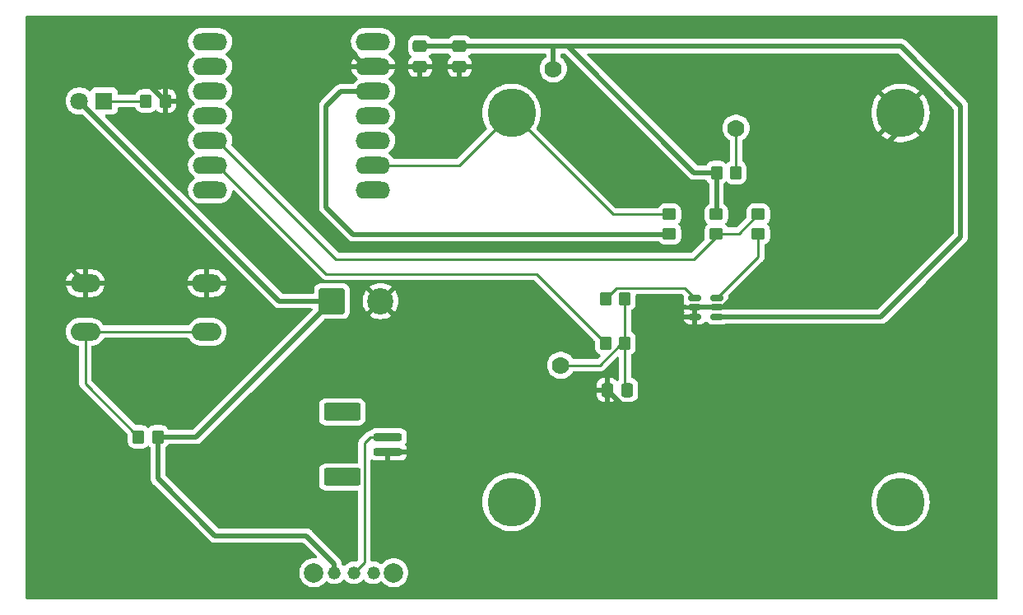
<source format=gbr>
%TF.GenerationSoftware,KiCad,Pcbnew,7.0.9*%
%TF.CreationDate,2024-01-21T16:04:35-08:00*%
%TF.ProjectId,Sensing Device,53656e73-696e-4672-9044-65766963652e,rev?*%
%TF.SameCoordinates,Original*%
%TF.FileFunction,Copper,L1,Top*%
%TF.FilePolarity,Positive*%
%FSLAX46Y46*%
G04 Gerber Fmt 4.6, Leading zero omitted, Abs format (unit mm)*
G04 Created by KiCad (PCBNEW 7.0.9) date 2024-01-21 16:04:35*
%MOMM*%
%LPD*%
G01*
G04 APERTURE LIST*
G04 Aperture macros list*
%AMRoundRect*
0 Rectangle with rounded corners*
0 $1 Rounding radius*
0 $2 $3 $4 $5 $6 $7 $8 $9 X,Y pos of 4 corners*
0 Add a 4 corners polygon primitive as box body*
4,1,4,$2,$3,$4,$5,$6,$7,$8,$9,$2,$3,0*
0 Add four circle primitives for the rounded corners*
1,1,$1+$1,$2,$3*
1,1,$1+$1,$4,$5*
1,1,$1+$1,$6,$7*
1,1,$1+$1,$8,$9*
0 Add four rect primitives between the rounded corners*
20,1,$1+$1,$2,$3,$4,$5,0*
20,1,$1+$1,$4,$5,$6,$7,0*
20,1,$1+$1,$6,$7,$8,$9,0*
20,1,$1+$1,$8,$9,$2,$3,0*%
G04 Aperture macros list end*
%TA.AperFunction,ComponentPad*%
%ADD10O,3.556000X1.778000*%
%TD*%
%TA.AperFunction,ComponentPad*%
%ADD11RoundRect,0.250001X-1.099999X-1.099999X1.099999X-1.099999X1.099999X1.099999X-1.099999X1.099999X0*%
%TD*%
%TA.AperFunction,ComponentPad*%
%ADD12C,2.700000*%
%TD*%
%TA.AperFunction,SMDPad,CuDef*%
%ADD13RoundRect,0.150000X-0.512500X-0.150000X0.512500X-0.150000X0.512500X0.150000X-0.512500X0.150000X0*%
%TD*%
%TA.AperFunction,ComponentPad*%
%ADD14O,3.048000X1.850000*%
%TD*%
%TA.AperFunction,SMDPad,CuDef*%
%ADD15RoundRect,0.250000X-0.350000X-0.450000X0.350000X-0.450000X0.350000X0.450000X-0.350000X0.450000X0*%
%TD*%
%TA.AperFunction,SMDPad,CuDef*%
%ADD16RoundRect,0.250000X0.450000X-0.350000X0.450000X0.350000X-0.450000X0.350000X-0.450000X-0.350000X0*%
%TD*%
%TA.AperFunction,SMDPad,CuDef*%
%ADD17RoundRect,0.250000X-0.475000X0.337500X-0.475000X-0.337500X0.475000X-0.337500X0.475000X0.337500X0*%
%TD*%
%TA.AperFunction,SMDPad,CuDef*%
%ADD18RoundRect,0.200000X-1.250000X0.200000X-1.250000X-0.200000X1.250000X-0.200000X1.250000X0.200000X0*%
%TD*%
%TA.AperFunction,SMDPad,CuDef*%
%ADD19RoundRect,0.250000X-1.650000X0.650000X-1.650000X-0.650000X1.650000X-0.650000X1.650000X0.650000X0*%
%TD*%
%TA.AperFunction,ComponentPad*%
%ADD20C,1.320800*%
%TD*%
%TA.AperFunction,ComponentPad*%
%ADD21C,2.006600*%
%TD*%
%TA.AperFunction,SMDPad,CuDef*%
%ADD22RoundRect,0.250000X-0.450000X0.350000X-0.450000X-0.350000X0.450000X-0.350000X0.450000X0.350000X0*%
%TD*%
%TA.AperFunction,SMDPad,CuDef*%
%ADD23RoundRect,0.250000X0.337500X0.475000X-0.337500X0.475000X-0.337500X-0.475000X0.337500X-0.475000X0*%
%TD*%
%TA.AperFunction,SMDPad,CuDef*%
%ADD24RoundRect,0.250000X0.350000X0.450000X-0.350000X0.450000X-0.350000X-0.450000X0.350000X-0.450000X0*%
%TD*%
%TA.AperFunction,ComponentPad*%
%ADD25C,5.000000*%
%TD*%
%TA.AperFunction,ComponentPad*%
%ADD26R,1.800000X1.800000*%
%TD*%
%TA.AperFunction,ComponentPad*%
%ADD27C,1.800000*%
%TD*%
%TA.AperFunction,ViaPad*%
%ADD28C,1.778000*%
%TD*%
%TA.AperFunction,Conductor*%
%ADD29C,0.500000*%
%TD*%
%TA.AperFunction,Conductor*%
%ADD30C,0.254000*%
%TD*%
G04 APERTURE END LIST*
D10*
%TO.P,U1,1,GPIO1_A0_D0*%
%TO.N,/Button*%
X78994000Y-42672000D03*
%TO.P,U1,2,GPIO2_A1_D1*%
%TO.N,unconnected-(U1-GPIO2_A1_D1-Pad2)*%
X78994000Y-45212000D03*
%TO.P,U1,3,GPIO3_A2_D2*%
%TO.N,unconnected-(U1-GPIO3_A2_D2-Pad3)*%
X78994000Y-47752000D03*
%TO.P,U1,4,GPIO4_A3_D3*%
%TO.N,unconnected-(U1-GPIO4_A3_D3-Pad4)*%
X78994000Y-50292000D03*
%TO.P,U1,5,GPIO4_A3_D3_SDA*%
%TO.N,/SDA_XIAO*%
X78994000Y-52832000D03*
%TO.P,U1,6,GPIO6_A5_D5_SCL*%
%TO.N,/SCL_XIAO*%
X78994000Y-55372000D03*
%TO.P,U1,7,GPIO43_TX_D6*%
%TO.N,unconnected-(U1-GPIO43_TX_D6-Pad7)*%
X78994000Y-57912000D03*
%TO.P,U1,8,5V*%
%TO.N,unconnected-(U1-5V-Pad8)*%
X95758000Y-42672000D03*
%TO.P,U1,9,GND*%
%TO.N,GND*%
X95758000Y-45212000D03*
%TO.P,U1,10,3V3*%
%TO.N,/3V3*%
X95758000Y-47752000D03*
%TO.P,U1,11,GPIO9_A10_D10_COPI*%
%TO.N,unconnected-(U1-GPIO9_A10_D10_COPI-Pad11)*%
X95758000Y-50292000D03*
%TO.P,U1,12,GPIO8_A9_D9_CIPO*%
%TO.N,unconnected-(U1-GPIO8_A9_D9_CIPO-Pad12)*%
X95758000Y-52832000D03*
%TO.P,U1,13,GPIO7_A8_D8_SCK*%
%TO.N,/Id*%
X95758000Y-55372000D03*
%TO.P,U1,14,GPIO44_D7_RX*%
%TO.N,unconnected-(U1-GPIO44_D7_RX-Pad14)*%
X95758000Y-57912000D03*
%TD*%
D11*
%TO.P,J1,1,Pin_1*%
%TO.N,VCC*%
X91520000Y-69342000D03*
D12*
%TO.P,J1,2,Pin_2*%
%TO.N,GND*%
X96520000Y-69342000D03*
%TD*%
D13*
%TO.P,U2,1,SCL/INT*%
%TO.N,/SCL_TLV*%
X128862500Y-69050000D03*
%TO.P,U2,2,GND*%
%TO.N,GND*%
X128862500Y-70000000D03*
%TO.P,U2,3,GND*%
X128862500Y-70950000D03*
%TO.P,U2,4,VDD*%
%TO.N,VCC*%
X131137500Y-70950000D03*
%TO.P,U2,5,GND*%
%TO.N,GND*%
X131137500Y-70000000D03*
%TO.P,U2,6,SDA/ADDR*%
%TO.N,/SDA_TLV*%
X131137500Y-69050000D03*
%TD*%
D14*
%TO.P,SW1,1,A*%
%TO.N,GND*%
X66150000Y-67500000D03*
X78650000Y-67500000D03*
%TO.P,SW1,2,B*%
%TO.N,/Button*%
X66150000Y-72500000D03*
X78650000Y-72500000D03*
%TD*%
D15*
%TO.P,R7,1*%
%TO.N,/SCL_TLV*%
X119666000Y-69088000D03*
%TO.P,R7,2*%
%TO.N,Net-(C1-Pad1)*%
X121666000Y-69088000D03*
%TD*%
D16*
%TO.P,R5,1*%
%TO.N,/SDA_TLV*%
X135382000Y-62415400D03*
%TO.P,R5,2*%
%TO.N,/SDA_XIAO*%
X135382000Y-60415400D03*
%TD*%
D17*
%TO.P,C3,1*%
%TO.N,VCC*%
X100584000Y-43137000D03*
%TO.P,C3,2*%
%TO.N,GND*%
X100584000Y-45212000D03*
%TD*%
D18*
%TO.P,BT1,1,+*%
%TO.N,Net-(BT1-+)*%
X97282000Y-83336000D03*
%TO.P,BT1,2,-*%
%TO.N,GND*%
X97282000Y-84836000D03*
D19*
%TO.P,BT1,MP*%
%TO.N,N/C*%
X92582000Y-80736000D03*
X92582000Y-87436000D03*
%TD*%
D20*
%TO.P,SW2,1,A*%
%TO.N,VCC*%
X91764099Y-97282000D03*
%TO.P,SW2,2,B*%
%TO.N,Net-(BT1-+)*%
X93764100Y-97282000D03*
%TO.P,SW2,3,C*%
%TO.N,unconnected-(SW2-C-Pad3)*%
X95764101Y-97282000D03*
D21*
%TO.P,SW2,4*%
%TO.N,N/C*%
X89662000Y-97282000D03*
%TO.P,SW2,5*%
X97866200Y-97282000D03*
%TD*%
D15*
%TO.P,R8,1*%
%TO.N,/SCL_XIAO*%
X119666000Y-73660000D03*
%TO.P,R8,2*%
%TO.N,Net-(C1-Pad1)*%
X121666000Y-73660000D03*
%TD*%
D22*
%TO.P,R3,1*%
%TO.N,/Id*%
X126238000Y-60415400D03*
%TO.P,R3,2*%
%TO.N,/3V3*%
X126238000Y-62415400D03*
%TD*%
D15*
%TO.P,R1,1*%
%TO.N,/Button*%
X71628000Y-83312000D03*
%TO.P,R1,2*%
%TO.N,VCC*%
X73628000Y-83312000D03*
%TD*%
D23*
%TO.P,C1,1*%
%TO.N,Net-(C1-Pad1)*%
X121920000Y-78486000D03*
%TO.P,C1,2*%
%TO.N,GND*%
X119845000Y-78486000D03*
%TD*%
D24*
%TO.P,R6,1*%
%TO.N,Net-(C1-Pad1)*%
X133080000Y-56134000D03*
%TO.P,R6,2*%
%TO.N,VCC*%
X131080000Y-56134000D03*
%TD*%
D15*
%TO.P,R2,1*%
%TO.N,Net-(D1-K)*%
X72390000Y-48768000D03*
%TO.P,R2,2*%
%TO.N,GND*%
X74390000Y-48768000D03*
%TD*%
D16*
%TO.P,R4,1*%
%TO.N,/SDA_XIAO*%
X131064000Y-62415400D03*
%TO.P,R4,2*%
%TO.N,VCC*%
X131064000Y-60415400D03*
%TD*%
D25*
%TO.P,J2,4*%
%TO.N,N/C*%
X150000000Y-90000000D03*
%TO.P,J2,3*%
X110000000Y-90000000D03*
%TO.P,J2,2,Pin_2*%
%TO.N,GND*%
X150000000Y-50000000D03*
%TO.P,J2,1,Pin_1*%
%TO.N,/Id*%
X110000000Y-50000000D03*
%TD*%
D26*
%TO.P,D1,1,K*%
%TO.N,Net-(D1-K)*%
X68072000Y-48768000D03*
D27*
%TO.P,D1,2,A*%
%TO.N,VCC*%
X65532000Y-48768000D03*
%TD*%
D17*
%TO.P,C2,1*%
%TO.N,VCC*%
X104648000Y-43137000D03*
%TO.P,C2,2*%
%TO.N,GND*%
X104648000Y-45212000D03*
%TD*%
D28*
%TO.N,VCC*%
X114300000Y-45466000D03*
%TO.N,Net-(C1-Pad1)*%
X133096000Y-51562000D03*
X115062000Y-75946000D03*
%TD*%
D29*
%TO.N,VCC*%
X73628000Y-83312000D02*
X73628000Y-87598000D01*
X73628000Y-87598000D02*
X79502000Y-93472000D01*
X79502000Y-93472000D02*
X88888045Y-93472000D01*
X91764099Y-96348054D02*
X91764099Y-97282000D01*
X88888045Y-93472000D02*
X91764099Y-96348054D01*
%TO.N,GND*%
X128862500Y-76369500D02*
X124206000Y-81026000D01*
X124206000Y-81026000D02*
X122385000Y-81026000D01*
X128862500Y-73255296D02*
X128862500Y-76369500D01*
X122385000Y-81026000D02*
X119845000Y-78486000D01*
X128862500Y-70950000D02*
X128862500Y-73255296D01*
X99568000Y-84836000D02*
X101346000Y-83058000D01*
X128862500Y-70000000D02*
X131137500Y-70000000D01*
X100584000Y-45212000D02*
X104648000Y-45212000D01*
X66150000Y-67500000D02*
X78650000Y-67500000D01*
X97282000Y-84836000D02*
X99568000Y-84836000D01*
X76454000Y-40894000D02*
X90678000Y-40894000D01*
X128862500Y-70950000D02*
X128862500Y-70000000D01*
X90678000Y-40894000D02*
X94996000Y-45212000D01*
X62230000Y-45720000D02*
X62230000Y-63580000D01*
X70088000Y-44466000D02*
X74390000Y-48768000D01*
X74390000Y-48768000D02*
X74390000Y-42958000D01*
X131137500Y-70000000D02*
X131799999Y-70000000D01*
X62230000Y-63580000D02*
X66150000Y-67500000D01*
X101346000Y-83058000D02*
X101346000Y-74168000D01*
X119845000Y-78486000D02*
X105664000Y-78486000D01*
X63484000Y-44466000D02*
X70088000Y-44466000D01*
D30*
X150000000Y-51799999D02*
X150000000Y-50000000D01*
D29*
X105664000Y-78486000D02*
X101346000Y-74168000D01*
X74390000Y-42958000D02*
X76454000Y-40894000D01*
X94996000Y-45212000D02*
X100584000Y-45212000D01*
X101346000Y-74168000D02*
X96520000Y-69342000D01*
X131799999Y-70000000D02*
X150000000Y-51799999D01*
X63484000Y-44466000D02*
X62230000Y-45720000D01*
D30*
%TO.N,Net-(BT1-+)*%
X93764100Y-97282000D02*
X94863000Y-96183100D01*
X94863000Y-96183100D02*
X94863000Y-83953000D01*
X94863000Y-83953000D02*
X95480000Y-83336000D01*
X95480000Y-83336000D02*
X97282000Y-83336000D01*
D29*
%TO.N,VCC*%
X156210000Y-62738000D02*
X147998000Y-70950000D01*
X86106000Y-69342000D02*
X91520000Y-69342000D01*
X73628000Y-83312000D02*
X77550000Y-83312000D01*
D30*
X115781000Y-43137000D02*
X115570000Y-43137000D01*
D29*
X131080000Y-56134000D02*
X131080000Y-60399400D01*
X115570000Y-43137000D02*
X114300000Y-43137000D01*
X115570000Y-43137000D02*
X150071000Y-43137000D01*
X147998000Y-70950000D02*
X146896000Y-70950000D01*
X114300000Y-43137000D02*
X114300000Y-45466000D01*
X114300000Y-43137000D02*
X104648000Y-43137000D01*
X131080000Y-56134000D02*
X128778000Y-56134000D01*
X128778000Y-56134000D02*
X115781000Y-43137000D01*
X65532000Y-48768000D02*
X86106000Y-69342000D01*
X100584000Y-43137000D02*
X104648000Y-43137000D01*
X77550000Y-83312000D02*
X91520000Y-69342000D01*
X150071000Y-43137000D02*
X156210000Y-49276000D01*
D30*
X131080000Y-60399400D02*
X131064000Y-60415400D01*
D29*
X146896000Y-70950000D02*
X131137500Y-70950000D01*
X156210000Y-49276000D02*
X156210000Y-62738000D01*
D30*
%TO.N,Net-(D1-K)*%
X68072000Y-48768000D02*
X72390000Y-48768000D01*
%TO.N,Net-(C1-Pad1)*%
X121666000Y-78232000D02*
X121920000Y-78486000D01*
X121666000Y-75946000D02*
X121666000Y-78232000D01*
X121666000Y-69088000D02*
X121666000Y-75946000D01*
X119079296Y-75946000D02*
X121158000Y-73867296D01*
X133096000Y-51562000D02*
X133080000Y-51578000D01*
X115062000Y-75946000D02*
X119079296Y-75946000D01*
X133080000Y-51578000D02*
X133080000Y-56134000D01*
%TO.N,/Id*%
X120415400Y-60415400D02*
X110000000Y-50000000D01*
X104628000Y-55372000D02*
X110000000Y-50000000D01*
X126238000Y-60415400D02*
X120415400Y-60415400D01*
X94996000Y-55372000D02*
X104628000Y-55372000D01*
%TO.N,/Button*%
X66150000Y-72500000D02*
X66150000Y-77834000D01*
X66150000Y-77834000D02*
X71628000Y-83312000D01*
X66150000Y-72500000D02*
X78650000Y-72500000D01*
D29*
%TO.N,/3V3*%
X94996000Y-47752000D02*
X92456000Y-47752000D01*
X90932000Y-49276000D02*
X90932000Y-59690000D01*
D30*
X125588180Y-62484000D02*
X125878790Y-62774610D01*
D29*
X93726000Y-62484000D02*
X125588180Y-62484000D01*
X92456000Y-47752000D02*
X90932000Y-49276000D01*
X90932000Y-59690000D02*
X93726000Y-62484000D01*
D30*
%TO.N,/SDA_XIAO*%
X91948000Y-65024000D02*
X128778000Y-65024000D01*
X131064000Y-62738000D02*
X131064000Y-62415400D01*
X79756000Y-52832000D02*
X91948000Y-65024000D01*
X128778000Y-65024000D02*
X131064000Y-62738000D01*
X133382000Y-62415400D02*
X135382000Y-60415400D01*
X131064000Y-62415400D02*
X133382000Y-62415400D01*
%TO.N,/SDA_TLV*%
X135382000Y-64805500D02*
X135382000Y-62415400D01*
X131137500Y-69050000D02*
X135382000Y-64805500D01*
%TO.N,/SCL_TLV*%
X127819500Y-68007000D02*
X120747000Y-68007000D01*
X128862500Y-69050000D02*
X127819500Y-68007000D01*
X120747000Y-68007000D02*
X119666000Y-69088000D01*
%TO.N,/SCL_XIAO*%
X112554000Y-66548000D02*
X119666000Y-73660000D01*
X90932000Y-66548000D02*
X112554000Y-66548000D01*
X79756000Y-55372000D02*
X90932000Y-66548000D01*
%TD*%
%TA.AperFunction,Conductor*%
%TO.N,GND*%
G36*
X159942539Y-40020185D02*
G01*
X159988294Y-40072989D01*
X159999500Y-40124500D01*
X159999500Y-99875500D01*
X159979815Y-99942539D01*
X159927011Y-99988294D01*
X159875500Y-99999500D01*
X60124500Y-99999500D01*
X60057461Y-99979815D01*
X60011706Y-99927011D01*
X60000500Y-99875500D01*
X60000500Y-72439281D01*
X64121635Y-72439281D01*
X64131933Y-72681715D01*
X64131933Y-72681719D01*
X64183056Y-72918929D01*
X64183057Y-72918932D01*
X64266867Y-73127500D01*
X64273532Y-73144086D01*
X64299639Y-73186486D01*
X64400757Y-73350713D01*
X64561075Y-73532869D01*
X64561079Y-73532873D01*
X64749870Y-73685311D01*
X64961709Y-73803652D01*
X64961712Y-73803653D01*
X65190507Y-73884491D01*
X65190513Y-73884492D01*
X65419456Y-73923749D01*
X65482205Y-73954480D01*
X65518377Y-74014257D01*
X65522500Y-74045965D01*
X65522500Y-77751032D01*
X65520772Y-77766681D01*
X65521054Y-77766708D01*
X65520319Y-77774475D01*
X65522500Y-77843859D01*
X65522500Y-77873477D01*
X65523371Y-77880380D01*
X65523829Y-77886199D01*
X65525298Y-77932942D01*
X65530916Y-77952275D01*
X65534862Y-77971329D01*
X65537383Y-77991287D01*
X65537386Y-77991299D01*
X65554595Y-78034765D01*
X65556487Y-78040293D01*
X65569530Y-78085187D01*
X65569530Y-78085188D01*
X65579777Y-78102515D01*
X65588335Y-78119985D01*
X65595745Y-78138701D01*
X65623229Y-78176529D01*
X65626437Y-78181413D01*
X65650234Y-78221652D01*
X65650240Y-78221660D01*
X65664469Y-78235888D01*
X65677109Y-78250687D01*
X65688934Y-78266964D01*
X65688936Y-78266965D01*
X65688937Y-78266967D01*
X65724957Y-78296765D01*
X65729268Y-78300687D01*
X68864582Y-81436001D01*
X70491181Y-83062600D01*
X70524666Y-83123923D01*
X70527500Y-83150281D01*
X70527500Y-83812001D01*
X70527501Y-83812019D01*
X70538000Y-83914796D01*
X70538001Y-83914799D01*
X70593185Y-84081331D01*
X70593187Y-84081336D01*
X70612539Y-84112711D01*
X70685288Y-84230656D01*
X70809344Y-84354712D01*
X70958666Y-84446814D01*
X71125203Y-84501999D01*
X71227991Y-84512500D01*
X72028008Y-84512499D01*
X72028016Y-84512498D01*
X72028019Y-84512498D01*
X72084302Y-84506748D01*
X72130797Y-84501999D01*
X72297334Y-84446814D01*
X72446656Y-84354712D01*
X72540319Y-84261049D01*
X72601642Y-84227564D01*
X72671334Y-84232548D01*
X72715681Y-84261049D01*
X72809344Y-84354712D01*
X72818591Y-84360416D01*
X72865318Y-84412360D01*
X72877500Y-84465957D01*
X72877500Y-87534294D01*
X72876191Y-87552263D01*
X72872710Y-87576025D01*
X72877264Y-87628064D01*
X72877500Y-87633470D01*
X72877500Y-87641709D01*
X72881306Y-87674274D01*
X72888000Y-87750791D01*
X72889461Y-87757867D01*
X72889403Y-87757878D01*
X72891034Y-87765237D01*
X72891092Y-87765224D01*
X72892757Y-87772250D01*
X72919025Y-87844424D01*
X72943185Y-87917331D01*
X72946236Y-87923874D01*
X72946182Y-87923898D01*
X72949470Y-87930688D01*
X72949521Y-87930663D01*
X72952761Y-87937113D01*
X72952762Y-87937114D01*
X72952763Y-87937117D01*
X72994965Y-88001283D01*
X73035287Y-88066655D01*
X73039766Y-88072319D01*
X73039719Y-88072356D01*
X73044482Y-88078202D01*
X73044528Y-88078164D01*
X73049173Y-88083700D01*
X73105018Y-88136386D01*
X78926267Y-93957634D01*
X78938048Y-93971266D01*
X78952390Y-93990530D01*
X78992420Y-94024119D01*
X78996392Y-94027759D01*
X79002223Y-94033590D01*
X79027939Y-94053923D01*
X79086786Y-94103302D01*
X79086788Y-94103303D01*
X79092823Y-94107272D01*
X79092789Y-94107322D01*
X79099144Y-94111370D01*
X79099177Y-94111318D01*
X79105319Y-94115107D01*
X79105323Y-94115110D01*
X79174914Y-94147561D01*
X79243558Y-94182036D01*
X79243561Y-94182037D01*
X79243567Y-94182040D01*
X79243572Y-94182041D01*
X79250355Y-94184510D01*
X79250334Y-94184567D01*
X79257451Y-94187040D01*
X79257470Y-94186984D01*
X79264330Y-94189257D01*
X79339532Y-94204784D01*
X79414279Y-94222500D01*
X79414288Y-94222500D01*
X79421452Y-94223338D01*
X79421445Y-94223397D01*
X79428946Y-94224163D01*
X79428952Y-94224104D01*
X79436140Y-94224733D01*
X79436143Y-94224732D01*
X79436144Y-94224733D01*
X79512898Y-94222500D01*
X88525815Y-94222500D01*
X88592854Y-94242185D01*
X88613496Y-94258819D01*
X89930385Y-95575708D01*
X89963870Y-95637031D01*
X89958886Y-95706723D01*
X89917014Y-95762656D01*
X89851550Y-95787073D01*
X89832983Y-95787007D01*
X89662000Y-95773550D01*
X89661999Y-95773550D01*
X89426022Y-95792122D01*
X89195863Y-95847378D01*
X88977177Y-95937960D01*
X88775359Y-96061634D01*
X88775358Y-96061635D01*
X88595365Y-96215365D01*
X88441635Y-96395358D01*
X88441634Y-96395359D01*
X88317960Y-96597177D01*
X88227378Y-96815863D01*
X88172122Y-97046022D01*
X88153550Y-97282000D01*
X88172122Y-97517977D01*
X88227378Y-97748136D01*
X88317960Y-97966822D01*
X88441634Y-98168640D01*
X88441635Y-98168641D01*
X88441636Y-98168643D01*
X88441638Y-98168645D01*
X88595365Y-98348635D01*
X88775355Y-98502362D01*
X88775357Y-98502363D01*
X88775358Y-98502364D01*
X88775359Y-98502365D01*
X88977177Y-98626039D01*
X89195863Y-98716621D01*
X89426026Y-98771878D01*
X89662000Y-98790450D01*
X89897974Y-98771878D01*
X90128137Y-98716621D01*
X90346822Y-98626039D01*
X90548645Y-98502362D01*
X90728635Y-98348635D01*
X90856601Y-98198806D01*
X90915106Y-98160615D01*
X90984974Y-98160116D01*
X91034428Y-98187704D01*
X91061504Y-98212387D01*
X91244425Y-98325647D01*
X91445043Y-98403367D01*
X91656526Y-98442900D01*
X91656528Y-98442900D01*
X91871670Y-98442900D01*
X91871672Y-98442900D01*
X92083155Y-98403367D01*
X92283773Y-98325647D01*
X92466694Y-98212387D01*
X92625690Y-98067444D01*
X92665147Y-98015193D01*
X92721253Y-97973560D01*
X92790965Y-97968867D01*
X92852147Y-98002609D01*
X92863050Y-98015192D01*
X92863053Y-98015196D01*
X92902511Y-98067446D01*
X92902514Y-98067449D01*
X93061502Y-98212385D01*
X93061504Y-98212386D01*
X93061505Y-98212387D01*
X93244426Y-98325647D01*
X93445044Y-98403367D01*
X93656527Y-98442900D01*
X93656529Y-98442900D01*
X93871671Y-98442900D01*
X93871673Y-98442900D01*
X94083156Y-98403367D01*
X94283774Y-98325647D01*
X94466695Y-98212387D01*
X94625691Y-98067444D01*
X94665148Y-98015193D01*
X94721254Y-97973560D01*
X94790966Y-97968867D01*
X94852148Y-98002609D01*
X94863051Y-98015192D01*
X94863054Y-98015196D01*
X94902512Y-98067446D01*
X94902515Y-98067449D01*
X95061503Y-98212385D01*
X95061505Y-98212386D01*
X95061506Y-98212387D01*
X95244427Y-98325647D01*
X95445045Y-98403367D01*
X95656528Y-98442900D01*
X95656530Y-98442900D01*
X95871672Y-98442900D01*
X95871674Y-98442900D01*
X96083157Y-98403367D01*
X96283775Y-98325647D01*
X96466696Y-98212387D01*
X96493771Y-98187704D01*
X96556573Y-98157086D01*
X96625960Y-98165282D01*
X96671599Y-98198807D01*
X96799565Y-98348635D01*
X96979555Y-98502362D01*
X96979557Y-98502363D01*
X96979558Y-98502364D01*
X96979559Y-98502365D01*
X97181377Y-98626039D01*
X97400063Y-98716621D01*
X97630226Y-98771878D01*
X97866200Y-98790450D01*
X98102174Y-98771878D01*
X98332337Y-98716621D01*
X98551022Y-98626039D01*
X98752845Y-98502362D01*
X98932835Y-98348635D01*
X99086562Y-98168645D01*
X99210239Y-97966822D01*
X99300821Y-97748137D01*
X99356078Y-97517974D01*
X99374650Y-97282000D01*
X99356078Y-97046026D01*
X99300821Y-96815863D01*
X99210239Y-96597178D01*
X99210239Y-96597177D01*
X99086565Y-96395359D01*
X99086564Y-96395358D01*
X99086563Y-96395357D01*
X99086562Y-96395355D01*
X98932835Y-96215365D01*
X98752845Y-96061638D01*
X98752843Y-96061636D01*
X98752841Y-96061635D01*
X98752840Y-96061634D01*
X98551022Y-95937960D01*
X98332336Y-95847378D01*
X98102177Y-95792122D01*
X97866200Y-95773550D01*
X97630222Y-95792122D01*
X97400063Y-95847378D01*
X97181377Y-95937960D01*
X96979559Y-96061634D01*
X96979558Y-96061635D01*
X96799565Y-96215365D01*
X96671600Y-96365191D01*
X96613093Y-96403384D01*
X96543225Y-96403882D01*
X96493773Y-96376297D01*
X96466696Y-96351613D01*
X96283775Y-96238353D01*
X96083157Y-96160633D01*
X95871674Y-96121100D01*
X95656528Y-96121100D01*
X95656524Y-96121100D01*
X95637282Y-96124697D01*
X95567767Y-96117664D01*
X95513089Y-96074166D01*
X95490609Y-96008011D01*
X95490500Y-96002808D01*
X95490500Y-90000003D01*
X106994415Y-90000003D01*
X107014738Y-90348927D01*
X107014739Y-90348938D01*
X107075428Y-90693127D01*
X107075430Y-90693134D01*
X107175674Y-91027972D01*
X107314107Y-91348895D01*
X107314113Y-91348908D01*
X107488870Y-91651597D01*
X107697584Y-91931949D01*
X107697589Y-91931955D01*
X107821463Y-92063253D01*
X107937442Y-92186183D01*
X108113903Y-92334251D01*
X108205186Y-92410847D01*
X108205194Y-92410853D01*
X108497203Y-92602911D01*
X108497207Y-92602913D01*
X108809549Y-92759777D01*
X109137989Y-92879319D01*
X109478086Y-92959923D01*
X109825241Y-93000500D01*
X109825248Y-93000500D01*
X110174752Y-93000500D01*
X110174759Y-93000500D01*
X110521914Y-92959923D01*
X110862011Y-92879319D01*
X111190451Y-92759777D01*
X111502793Y-92602913D01*
X111794811Y-92410849D01*
X112062558Y-92186183D01*
X112302412Y-91931953D01*
X112511130Y-91651596D01*
X112685889Y-91348904D01*
X112824326Y-91027971D01*
X112924569Y-90693136D01*
X112985262Y-90348927D01*
X113005585Y-90000003D01*
X146994415Y-90000003D01*
X147014738Y-90348927D01*
X147014739Y-90348938D01*
X147075428Y-90693127D01*
X147075430Y-90693134D01*
X147175674Y-91027972D01*
X147314107Y-91348895D01*
X147314113Y-91348908D01*
X147488870Y-91651597D01*
X147697584Y-91931949D01*
X147697589Y-91931955D01*
X147821463Y-92063253D01*
X147937442Y-92186183D01*
X148113903Y-92334251D01*
X148205186Y-92410847D01*
X148205194Y-92410853D01*
X148497203Y-92602911D01*
X148497207Y-92602913D01*
X148809549Y-92759777D01*
X149137989Y-92879319D01*
X149478086Y-92959923D01*
X149825241Y-93000500D01*
X149825248Y-93000500D01*
X150174752Y-93000500D01*
X150174759Y-93000500D01*
X150521914Y-92959923D01*
X150862011Y-92879319D01*
X151190451Y-92759777D01*
X151502793Y-92602913D01*
X151794811Y-92410849D01*
X152062558Y-92186183D01*
X152302412Y-91931953D01*
X152511130Y-91651596D01*
X152685889Y-91348904D01*
X152824326Y-91027971D01*
X152924569Y-90693136D01*
X152985262Y-90348927D01*
X153005585Y-90000000D01*
X152985262Y-89651073D01*
X152985260Y-89651061D01*
X152924571Y-89306872D01*
X152924569Y-89306865D01*
X152824325Y-88972027D01*
X152697801Y-88678712D01*
X152685889Y-88651096D01*
X152544000Y-88405336D01*
X152511129Y-88348402D01*
X152302415Y-88068050D01*
X152302410Y-88068044D01*
X152166414Y-87923898D01*
X152062558Y-87813817D01*
X151896257Y-87674274D01*
X151794813Y-87589152D01*
X151794805Y-87589146D01*
X151502796Y-87397088D01*
X151190458Y-87240226D01*
X151190452Y-87240223D01*
X150862012Y-87120681D01*
X150862009Y-87120680D01*
X150521915Y-87040077D01*
X150478519Y-87035004D01*
X150174759Y-86999500D01*
X149825241Y-86999500D01*
X149521480Y-87035004D01*
X149478085Y-87040077D01*
X149478083Y-87040077D01*
X149137990Y-87120680D01*
X149137987Y-87120681D01*
X148809547Y-87240223D01*
X148809541Y-87240226D01*
X148497203Y-87397088D01*
X148205194Y-87589146D01*
X148205186Y-87589152D01*
X147937442Y-87813817D01*
X147937440Y-87813819D01*
X147697589Y-88068044D01*
X147697584Y-88068050D01*
X147488870Y-88348402D01*
X147314113Y-88651091D01*
X147314107Y-88651104D01*
X147175674Y-88972027D01*
X147075430Y-89306865D01*
X147075428Y-89306872D01*
X147014739Y-89651061D01*
X147014738Y-89651072D01*
X146994415Y-89999996D01*
X146994415Y-90000003D01*
X113005585Y-90000003D01*
X113005585Y-90000000D01*
X112985262Y-89651073D01*
X112985260Y-89651061D01*
X112924571Y-89306872D01*
X112924569Y-89306865D01*
X112824325Y-88972027D01*
X112697801Y-88678712D01*
X112685889Y-88651096D01*
X112544000Y-88405336D01*
X112511129Y-88348402D01*
X112302415Y-88068050D01*
X112302410Y-88068044D01*
X112166414Y-87923898D01*
X112062558Y-87813817D01*
X111896257Y-87674274D01*
X111794813Y-87589152D01*
X111794805Y-87589146D01*
X111502796Y-87397088D01*
X111190458Y-87240226D01*
X111190452Y-87240223D01*
X110862012Y-87120681D01*
X110862009Y-87120680D01*
X110521915Y-87040077D01*
X110478519Y-87035004D01*
X110174759Y-86999500D01*
X109825241Y-86999500D01*
X109521480Y-87035004D01*
X109478085Y-87040077D01*
X109478083Y-87040077D01*
X109137990Y-87120680D01*
X109137987Y-87120681D01*
X108809547Y-87240223D01*
X108809541Y-87240226D01*
X108497203Y-87397088D01*
X108205194Y-87589146D01*
X108205186Y-87589152D01*
X107937442Y-87813817D01*
X107937440Y-87813819D01*
X107697589Y-88068044D01*
X107697584Y-88068050D01*
X107488870Y-88348402D01*
X107314113Y-88651091D01*
X107314107Y-88651104D01*
X107175674Y-88972027D01*
X107075430Y-89306865D01*
X107075428Y-89306872D01*
X107014739Y-89651061D01*
X107014738Y-89651072D01*
X106994415Y-89999996D01*
X106994415Y-90000003D01*
X95490500Y-90000003D01*
X95490500Y-85746474D01*
X95510185Y-85679435D01*
X95562989Y-85633680D01*
X95632147Y-85623736D01*
X95678651Y-85640358D01*
X95742601Y-85679018D01*
X95742603Y-85679019D01*
X95904894Y-85729590D01*
X95904893Y-85729590D01*
X95975427Y-85735999D01*
X97031999Y-85735999D01*
X97032000Y-85735998D01*
X97032000Y-85086000D01*
X97532000Y-85086000D01*
X97532000Y-85735999D01*
X98588581Y-85735999D01*
X98659102Y-85729591D01*
X98659107Y-85729590D01*
X98821396Y-85679018D01*
X98966877Y-85591072D01*
X99087072Y-85470877D01*
X99175019Y-85325395D01*
X99225590Y-85163106D01*
X99232000Y-85092572D01*
X99232000Y-85086000D01*
X97532000Y-85086000D01*
X97032000Y-85086000D01*
X97032000Y-84710000D01*
X97051685Y-84642961D01*
X97104489Y-84597206D01*
X97156000Y-84586000D01*
X99231999Y-84586000D01*
X99231999Y-84579417D01*
X99225591Y-84508897D01*
X99225590Y-84508892D01*
X99175018Y-84346603D01*
X99087072Y-84201122D01*
X99059984Y-84174034D01*
X99026499Y-84112711D01*
X99031483Y-84043019D01*
X99059982Y-83998674D01*
X99087472Y-83971185D01*
X99175478Y-83825606D01*
X99226086Y-83663196D01*
X99232500Y-83592616D01*
X99232500Y-83079384D01*
X99226086Y-83008804D01*
X99175478Y-82846394D01*
X99087472Y-82700815D01*
X99087470Y-82700813D01*
X99087469Y-82700811D01*
X98967188Y-82580530D01*
X98821606Y-82492522D01*
X98801391Y-82486223D01*
X98659196Y-82441914D01*
X98659194Y-82441913D01*
X98659192Y-82441913D01*
X98609778Y-82437423D01*
X98588616Y-82435500D01*
X95975384Y-82435500D01*
X95956145Y-82437248D01*
X95904807Y-82441913D01*
X95742393Y-82492522D01*
X95596813Y-82580529D01*
X95503516Y-82673826D01*
X95442192Y-82707310D01*
X95419732Y-82710083D01*
X95381060Y-82711298D01*
X95381054Y-82711299D01*
X95361719Y-82716916D01*
X95342680Y-82720859D01*
X95322715Y-82723382D01*
X95322701Y-82723385D01*
X95279235Y-82740594D01*
X95273710Y-82742485D01*
X95228809Y-82755531D01*
X95228806Y-82755533D01*
X95211480Y-82765779D01*
X95194010Y-82774337D01*
X95175298Y-82781745D01*
X95137463Y-82809233D01*
X95132580Y-82812440D01*
X95092346Y-82836234D01*
X95078106Y-82850474D01*
X95063320Y-82863102D01*
X95047033Y-82874936D01*
X95047032Y-82874936D01*
X95017227Y-82910963D01*
X95013295Y-82915285D01*
X94477953Y-83450626D01*
X94465669Y-83460469D01*
X94465849Y-83460687D01*
X94459838Y-83465659D01*
X94412322Y-83516258D01*
X94391375Y-83537205D01*
X94387106Y-83542709D01*
X94383315Y-83547147D01*
X94351308Y-83581230D01*
X94351305Y-83581234D01*
X94341606Y-83598877D01*
X94330928Y-83615133D01*
X94318594Y-83631034D01*
X94318589Y-83631042D01*
X94300025Y-83673943D01*
X94297454Y-83679191D01*
X94274927Y-83720167D01*
X94269920Y-83739668D01*
X94263621Y-83758064D01*
X94256893Y-83773612D01*
X94255625Y-83776544D01*
X94255624Y-83776546D01*
X94248312Y-83822716D01*
X94247127Y-83828438D01*
X94235500Y-83873723D01*
X94235500Y-83893858D01*
X94233973Y-83913257D01*
X94230825Y-83933131D01*
X94235225Y-83979677D01*
X94235500Y-83985515D01*
X94235500Y-85911500D01*
X94215815Y-85978539D01*
X94163011Y-86024294D01*
X94111500Y-86035500D01*
X90881998Y-86035500D01*
X90881981Y-86035501D01*
X90779203Y-86046000D01*
X90779200Y-86046001D01*
X90612668Y-86101185D01*
X90612663Y-86101187D01*
X90463342Y-86193289D01*
X90339289Y-86317342D01*
X90247187Y-86466663D01*
X90247186Y-86466666D01*
X90192001Y-86633203D01*
X90192001Y-86633204D01*
X90192000Y-86633204D01*
X90181500Y-86735983D01*
X90181500Y-88136001D01*
X90181501Y-88136018D01*
X90192000Y-88238796D01*
X90192001Y-88238799D01*
X90228321Y-88348404D01*
X90247186Y-88405334D01*
X90339288Y-88554656D01*
X90463344Y-88678712D01*
X90612666Y-88770814D01*
X90779203Y-88825999D01*
X90881991Y-88836500D01*
X94111500Y-88836499D01*
X94178539Y-88856184D01*
X94224294Y-88908988D01*
X94235500Y-88960499D01*
X94235500Y-95871818D01*
X94215815Y-95938857D01*
X94199181Y-95959499D01*
X94057669Y-96101011D01*
X93996346Y-96134496D01*
X93947204Y-96135219D01*
X93890915Y-96124697D01*
X93871673Y-96121100D01*
X93656527Y-96121100D01*
X93445044Y-96160633D01*
X93318175Y-96209782D01*
X93244428Y-96238352D01*
X93244427Y-96238352D01*
X93061502Y-96351614D01*
X92902514Y-96496550D01*
X92902509Y-96496555D01*
X92863052Y-96548805D01*
X92806943Y-96590440D01*
X92737231Y-96595131D01*
X92676049Y-96561388D01*
X92665146Y-96548805D01*
X92625690Y-96496556D01*
X92557973Y-96434824D01*
X92521694Y-96375116D01*
X92517985Y-96353994D01*
X92514835Y-96317987D01*
X92514599Y-96312581D01*
X92514599Y-96304351D01*
X92514599Y-96304345D01*
X92510792Y-96271778D01*
X92504098Y-96195257D01*
X92504098Y-96195255D01*
X92502638Y-96188183D01*
X92502696Y-96188170D01*
X92501064Y-96180811D01*
X92501005Y-96180826D01*
X92499341Y-96173807D01*
X92499340Y-96173799D01*
X92473073Y-96101630D01*
X92448913Y-96028720D01*
X92448908Y-96028713D01*
X92445859Y-96022172D01*
X92445914Y-96022145D01*
X92442632Y-96015367D01*
X92442579Y-96015394D01*
X92439334Y-96008934D01*
X92397127Y-95944762D01*
X92356809Y-95879396D01*
X92352333Y-95873736D01*
X92352380Y-95873698D01*
X92347618Y-95867853D01*
X92347573Y-95867892D01*
X92342933Y-95862362D01*
X92287063Y-95809650D01*
X89463774Y-92986361D01*
X89451994Y-92972730D01*
X89442458Y-92959922D01*
X89437657Y-92953472D01*
X89437655Y-92953470D01*
X89397632Y-92919886D01*
X89393657Y-92916244D01*
X89390735Y-92913322D01*
X89387825Y-92910411D01*
X89362085Y-92890059D01*
X89303254Y-92840694D01*
X89297225Y-92836729D01*
X89297257Y-92836680D01*
X89290898Y-92832628D01*
X89290867Y-92832679D01*
X89284725Y-92828891D01*
X89284723Y-92828890D01*
X89284722Y-92828889D01*
X89245519Y-92810608D01*
X89215103Y-92796424D01*
X89180939Y-92779267D01*
X89146478Y-92761960D01*
X89146476Y-92761959D01*
X89146475Y-92761959D01*
X89139690Y-92759489D01*
X89139710Y-92759433D01*
X89132594Y-92756959D01*
X89132576Y-92757015D01*
X89125716Y-92754742D01*
X89097886Y-92748996D01*
X89050479Y-92739207D01*
X89001517Y-92727603D01*
X88975764Y-92721499D01*
X88968592Y-92720661D01*
X88968598Y-92720601D01*
X88961100Y-92719835D01*
X88961095Y-92719895D01*
X88953905Y-92719265D01*
X88877128Y-92721500D01*
X79864229Y-92721500D01*
X79797190Y-92701815D01*
X79776548Y-92685181D01*
X74414819Y-87323451D01*
X74381334Y-87262128D01*
X74378500Y-87235770D01*
X74378500Y-84465957D01*
X74398185Y-84398918D01*
X74437407Y-84360416D01*
X74446656Y-84354712D01*
X74570712Y-84230656D01*
X74638099Y-84121402D01*
X74690047Y-84074679D01*
X74743638Y-84062500D01*
X77486295Y-84062500D01*
X77504265Y-84063809D01*
X77528023Y-84067289D01*
X77580068Y-84062735D01*
X77585470Y-84062500D01*
X77593704Y-84062500D01*
X77593709Y-84062500D01*
X77605327Y-84061141D01*
X77626276Y-84058693D01*
X77639028Y-84057577D01*
X77702797Y-84051999D01*
X77702805Y-84051996D01*
X77709866Y-84050539D01*
X77709878Y-84050598D01*
X77717243Y-84048965D01*
X77717229Y-84048906D01*
X77724246Y-84047241D01*
X77724255Y-84047241D01*
X77796423Y-84020974D01*
X77869334Y-83996814D01*
X77869343Y-83996807D01*
X77875882Y-83993760D01*
X77875908Y-83993816D01*
X77882690Y-83990532D01*
X77882663Y-83990478D01*
X77889106Y-83987240D01*
X77889117Y-83987237D01*
X77953283Y-83945034D01*
X78018656Y-83904712D01*
X78018662Y-83904705D01*
X78024325Y-83900229D01*
X78024362Y-83900277D01*
X78030204Y-83895518D01*
X78030164Y-83895471D01*
X78035691Y-83890832D01*
X78035696Y-83890830D01*
X78051836Y-83873723D01*
X78088386Y-83834981D01*
X80487366Y-81436001D01*
X90181500Y-81436001D01*
X90181501Y-81436018D01*
X90192000Y-81538796D01*
X90192001Y-81538799D01*
X90247185Y-81705331D01*
X90247186Y-81705334D01*
X90339288Y-81854656D01*
X90463344Y-81978712D01*
X90612666Y-82070814D01*
X90779203Y-82125999D01*
X90881991Y-82136500D01*
X94282008Y-82136499D01*
X94384797Y-82125999D01*
X94551334Y-82070814D01*
X94700656Y-81978712D01*
X94824712Y-81854656D01*
X94916814Y-81705334D01*
X94971999Y-81538797D01*
X94982500Y-81436009D01*
X94982499Y-80035992D01*
X94971999Y-79933203D01*
X94916814Y-79766666D01*
X94824712Y-79617344D01*
X94700656Y-79493288D01*
X94597493Y-79429657D01*
X94551336Y-79401187D01*
X94551331Y-79401185D01*
X94536396Y-79396236D01*
X94384797Y-79346001D01*
X94384795Y-79346000D01*
X94282010Y-79335500D01*
X90881998Y-79335500D01*
X90881981Y-79335501D01*
X90779203Y-79346000D01*
X90779200Y-79346001D01*
X90612668Y-79401185D01*
X90612663Y-79401187D01*
X90463342Y-79493289D01*
X90339289Y-79617342D01*
X90247187Y-79766663D01*
X90247186Y-79766666D01*
X90192001Y-79933203D01*
X90192001Y-79933204D01*
X90192000Y-79933204D01*
X90181500Y-80035983D01*
X90181500Y-81436001D01*
X80487366Y-81436001D01*
X83187367Y-78736000D01*
X118757501Y-78736000D01*
X118757501Y-79010986D01*
X118767994Y-79113697D01*
X118823141Y-79280119D01*
X118823143Y-79280124D01*
X118915184Y-79429345D01*
X119039154Y-79553315D01*
X119188375Y-79645356D01*
X119188380Y-79645358D01*
X119354802Y-79700505D01*
X119354809Y-79700506D01*
X119457519Y-79710999D01*
X119594999Y-79710999D01*
X119595000Y-79710998D01*
X119595000Y-78736000D01*
X118757501Y-78736000D01*
X83187367Y-78736000D01*
X83687367Y-78236000D01*
X118757500Y-78236000D01*
X119595000Y-78236000D01*
X119595000Y-77261000D01*
X119457527Y-77261000D01*
X119457512Y-77261001D01*
X119354802Y-77271494D01*
X119188380Y-77326641D01*
X119188375Y-77326643D01*
X119039154Y-77418684D01*
X118915184Y-77542654D01*
X118823143Y-77691875D01*
X118823141Y-77691880D01*
X118767994Y-77858302D01*
X118767993Y-77858309D01*
X118757500Y-77961013D01*
X118757500Y-78236000D01*
X83687367Y-78236000D01*
X90694548Y-71228819D01*
X90755871Y-71195334D01*
X90782229Y-71192500D01*
X92670003Y-71192500D01*
X92670008Y-71192500D01*
X92772797Y-71181999D01*
X92939334Y-71126814D01*
X93088655Y-71034711D01*
X93212711Y-70910655D01*
X93304814Y-70761334D01*
X93359999Y-70594797D01*
X93370500Y-70492008D01*
X93370500Y-69342001D01*
X94665274Y-69342001D01*
X94684152Y-69605960D01*
X94740400Y-69864528D01*
X94832884Y-70112487D01*
X94959701Y-70344735D01*
X94959706Y-70344743D01*
X95047038Y-70461406D01*
X95047039Y-70461406D01*
X95768766Y-69739679D01*
X95812316Y-69821822D01*
X95932009Y-69962735D01*
X96079195Y-70074623D01*
X96121402Y-70094150D01*
X95400592Y-70814959D01*
X95400593Y-70814960D01*
X95517256Y-70902293D01*
X95517264Y-70902298D01*
X95749513Y-71029115D01*
X95749512Y-71029115D01*
X95997471Y-71121599D01*
X96256039Y-71177847D01*
X96519999Y-71196726D01*
X96520001Y-71196726D01*
X96783960Y-71177847D01*
X97042528Y-71121599D01*
X97290487Y-71029115D01*
X97522735Y-70902298D01*
X97522736Y-70902297D01*
X97639406Y-70814959D01*
X96918609Y-70094161D01*
X97037431Y-70022669D01*
X97171658Y-69895523D01*
X97274861Y-69743308D01*
X97992959Y-70461406D01*
X98080297Y-70344736D01*
X98080298Y-70344735D01*
X98207115Y-70112487D01*
X98299599Y-69864528D01*
X98355847Y-69605960D01*
X98374726Y-69342001D01*
X98374726Y-69341998D01*
X98355847Y-69078039D01*
X98299599Y-68819471D01*
X98207115Y-68571512D01*
X98080298Y-68339264D01*
X98080293Y-68339256D01*
X97992960Y-68222593D01*
X97992959Y-68222592D01*
X97271232Y-68944319D01*
X97227684Y-68862178D01*
X97107991Y-68721265D01*
X96960805Y-68609377D01*
X96918596Y-68589849D01*
X97639406Y-67869039D01*
X97639406Y-67869038D01*
X97522743Y-67781706D01*
X97522735Y-67781701D01*
X97290486Y-67654884D01*
X97290487Y-67654884D01*
X97042528Y-67562400D01*
X96783960Y-67506152D01*
X96520001Y-67487274D01*
X96519999Y-67487274D01*
X96256039Y-67506152D01*
X95997471Y-67562400D01*
X95749512Y-67654884D01*
X95517264Y-67781701D01*
X95400593Y-67869039D01*
X96121391Y-68589837D01*
X96002569Y-68661331D01*
X95868342Y-68788477D01*
X95765138Y-68940692D01*
X95047039Y-68222593D01*
X94959701Y-68339264D01*
X94832884Y-68571512D01*
X94740400Y-68819471D01*
X94684152Y-69078039D01*
X94665274Y-69341998D01*
X94665274Y-69342001D01*
X93370500Y-69342001D01*
X93370500Y-68191992D01*
X93359999Y-68089203D01*
X93304814Y-67922666D01*
X93302420Y-67918785D01*
X93212713Y-67773348D01*
X93212710Y-67773344D01*
X93088655Y-67649289D01*
X93088651Y-67649286D01*
X92939337Y-67557187D01*
X92939335Y-67557186D01*
X92849180Y-67527312D01*
X92772797Y-67502001D01*
X92772795Y-67502000D01*
X92670015Y-67491500D01*
X92670008Y-67491500D01*
X90369992Y-67491500D01*
X90369984Y-67491500D01*
X90267204Y-67502000D01*
X90267203Y-67502001D01*
X90100664Y-67557186D01*
X90100662Y-67557187D01*
X89951348Y-67649286D01*
X89951344Y-67649289D01*
X89827289Y-67773344D01*
X89827286Y-67773348D01*
X89735187Y-67922662D01*
X89735186Y-67922664D01*
X89680001Y-68089203D01*
X89680000Y-68089204D01*
X89669500Y-68191984D01*
X89669500Y-68467500D01*
X89649815Y-68534539D01*
X89597011Y-68580294D01*
X89545500Y-68591500D01*
X86468229Y-68591500D01*
X86401190Y-68571815D01*
X86380548Y-68555181D01*
X75678183Y-57852815D01*
X76711733Y-57852815D01*
X76721770Y-58089125D01*
X76721770Y-58089126D01*
X76771603Y-58320348D01*
X76859791Y-58539816D01*
X76983806Y-58741229D01*
X77140075Y-58918785D01*
X77140079Y-58918789D01*
X77324102Y-59067377D01*
X77530594Y-59182730D01*
X77753611Y-59261527D01*
X77753617Y-59261528D01*
X77986726Y-59301499D01*
X77986734Y-59301499D01*
X77986736Y-59301500D01*
X77986737Y-59301500D01*
X79942033Y-59301500D01*
X80118671Y-59286466D01*
X80118674Y-59286465D01*
X80118676Y-59286465D01*
X80347571Y-59226865D01*
X80563102Y-59129439D01*
X80759068Y-58996990D01*
X80929831Y-58833327D01*
X81070478Y-58643159D01*
X81176964Y-58431957D01*
X81246224Y-58205797D01*
X81265924Y-58051949D01*
X81293964Y-57987955D01*
X81352152Y-57949278D01*
X81422013Y-57948199D01*
X81476601Y-57980020D01*
X90429624Y-66933043D01*
X90439471Y-66945333D01*
X90439689Y-66945154D01*
X90444657Y-66951160D01*
X90495257Y-66998677D01*
X90516201Y-67019620D01*
X90516207Y-67019626D01*
X90521697Y-67023883D01*
X90526148Y-67027684D01*
X90560235Y-67059695D01*
X90560237Y-67059696D01*
X90577867Y-67069387D01*
X90594135Y-67080072D01*
X90610038Y-67092408D01*
X90652945Y-67110975D01*
X90658181Y-67113539D01*
X90683089Y-67127233D01*
X90699158Y-67136068D01*
X90699160Y-67136069D01*
X90699166Y-67136072D01*
X90718240Y-67140969D01*
X90718660Y-67141077D01*
X90737064Y-67147377D01*
X90755542Y-67155374D01*
X90799038Y-67162262D01*
X90801724Y-67162688D01*
X90807429Y-67163869D01*
X90852728Y-67175500D01*
X90872858Y-67175500D01*
X90892257Y-67177027D01*
X90912133Y-67180175D01*
X90954779Y-67176143D01*
X90958679Y-67175775D01*
X90964517Y-67175500D01*
X112242719Y-67175500D01*
X112309758Y-67195185D01*
X112330400Y-67211819D01*
X118529181Y-73410600D01*
X118562666Y-73471923D01*
X118565500Y-73498281D01*
X118565500Y-74160001D01*
X118565501Y-74160019D01*
X118576000Y-74262796D01*
X118576001Y-74262799D01*
X118631185Y-74429331D01*
X118631186Y-74429334D01*
X118723288Y-74578656D01*
X118847344Y-74702712D01*
X118996666Y-74794814D01*
X119066018Y-74817795D01*
X119123462Y-74857566D01*
X119150285Y-74922082D01*
X119137970Y-74990858D01*
X119114695Y-75023181D01*
X118855694Y-75282182D01*
X118794374Y-75315666D01*
X118768015Y-75318500D01*
X116378905Y-75318500D01*
X116311866Y-75298815D01*
X116275096Y-75262322D01*
X116162269Y-75089627D01*
X116006308Y-74920208D01*
X115916103Y-74849999D01*
X115824591Y-74778772D01*
X115622069Y-74669172D01*
X115622061Y-74669169D01*
X115404274Y-74594402D01*
X115233920Y-74565975D01*
X115177137Y-74556500D01*
X114946863Y-74556500D01*
X114901436Y-74564080D01*
X114719725Y-74594402D01*
X114501938Y-74669169D01*
X114501930Y-74669172D01*
X114299408Y-74778772D01*
X114117694Y-74920206D01*
X114117689Y-74920211D01*
X113961728Y-75089629D01*
X113835782Y-75282405D01*
X113743282Y-75493285D01*
X113686753Y-75716515D01*
X113667738Y-75945994D01*
X113667738Y-75946005D01*
X113686753Y-76175484D01*
X113743282Y-76398714D01*
X113835782Y-76609594D01*
X113961728Y-76802370D01*
X113961730Y-76802372D01*
X113961731Y-76802373D01*
X114117692Y-76971792D01*
X114299411Y-77113229D01*
X114501931Y-77222828D01*
X114563752Y-77244051D01*
X114719725Y-77297597D01*
X114719727Y-77297597D01*
X114719729Y-77297598D01*
X114946863Y-77335500D01*
X114946864Y-77335500D01*
X115177136Y-77335500D01*
X115177137Y-77335500D01*
X115404271Y-77297598D01*
X115622069Y-77222828D01*
X115824589Y-77113229D01*
X116006308Y-76971792D01*
X116162269Y-76802373D01*
X116275096Y-76629677D01*
X116328243Y-76584322D01*
X116378905Y-76573500D01*
X118996329Y-76573500D01*
X119011977Y-76575227D01*
X119012004Y-76574946D01*
X119019771Y-76575680D01*
X119019772Y-76575679D01*
X119019773Y-76575680D01*
X119089156Y-76573500D01*
X119118772Y-76573500D01*
X119125674Y-76572627D01*
X119131486Y-76572169D01*
X119178239Y-76570701D01*
X119197568Y-76565084D01*
X119216624Y-76561137D01*
X119236589Y-76558616D01*
X119280066Y-76541401D01*
X119285572Y-76539516D01*
X119330487Y-76526468D01*
X119347811Y-76516221D01*
X119365279Y-76507663D01*
X119383999Y-76500253D01*
X119421838Y-76472759D01*
X119426687Y-76469574D01*
X119466952Y-76445763D01*
X119481193Y-76431520D01*
X119495974Y-76418897D01*
X119512263Y-76407063D01*
X119512265Y-76407059D01*
X119512267Y-76407059D01*
X119524141Y-76392703D01*
X119542072Y-76371028D01*
X119545985Y-76366728D01*
X120826820Y-75085893D01*
X120888142Y-75052410D01*
X120957834Y-75057394D01*
X121013767Y-75099266D01*
X121038184Y-75164730D01*
X121038500Y-75173576D01*
X121038500Y-77442270D01*
X121018815Y-77509309D01*
X121002181Y-77529951D01*
X120989788Y-77542343D01*
X120989783Y-77542349D01*
X120987741Y-77545661D01*
X120985747Y-77547453D01*
X120985307Y-77548011D01*
X120985211Y-77547935D01*
X120935791Y-77592383D01*
X120866828Y-77603602D01*
X120802747Y-77575755D01*
X120776668Y-77545656D01*
X120774819Y-77542659D01*
X120774816Y-77542655D01*
X120650845Y-77418684D01*
X120501624Y-77326643D01*
X120501619Y-77326641D01*
X120335197Y-77271494D01*
X120335190Y-77271493D01*
X120232486Y-77261000D01*
X120095000Y-77261000D01*
X120095000Y-79710999D01*
X120232472Y-79710999D01*
X120232486Y-79710998D01*
X120335197Y-79700505D01*
X120501619Y-79645358D01*
X120501624Y-79645356D01*
X120650845Y-79553315D01*
X120774818Y-79429342D01*
X120776665Y-79426348D01*
X120778469Y-79424724D01*
X120779298Y-79423677D01*
X120779476Y-79423818D01*
X120828610Y-79379621D01*
X120897573Y-79368396D01*
X120961656Y-79396236D01*
X120987743Y-79426341D01*
X120989788Y-79429656D01*
X121113844Y-79553712D01*
X121263166Y-79645814D01*
X121429703Y-79700999D01*
X121532491Y-79711500D01*
X122307508Y-79711499D01*
X122307516Y-79711498D01*
X122307519Y-79711498D01*
X122363802Y-79705748D01*
X122410297Y-79700999D01*
X122576834Y-79645814D01*
X122726156Y-79553712D01*
X122850212Y-79429656D01*
X122942314Y-79280334D01*
X122997499Y-79113797D01*
X123008000Y-79011009D01*
X123007999Y-77960992D01*
X122997499Y-77858203D01*
X122942314Y-77691666D01*
X122850212Y-77542344D01*
X122726156Y-77418288D01*
X122633388Y-77361069D01*
X122576836Y-77326187D01*
X122576831Y-77326185D01*
X122575362Y-77325698D01*
X122410297Y-77271001D01*
X122404894Y-77270449D01*
X122340203Y-77244051D01*
X122300053Y-77186869D01*
X122293500Y-77147091D01*
X122293500Y-74889824D01*
X122313185Y-74822785D01*
X122352404Y-74784285D01*
X122361344Y-74778771D01*
X122484656Y-74702712D01*
X122608712Y-74578656D01*
X122700814Y-74429334D01*
X122755999Y-74262797D01*
X122766500Y-74160009D01*
X122766499Y-73159992D01*
X122764934Y-73144676D01*
X122755999Y-73057203D01*
X122755998Y-73057200D01*
X122710179Y-72918928D01*
X122700814Y-72890666D01*
X122608712Y-72741344D01*
X122484656Y-72617288D01*
X122352403Y-72535714D01*
X122305679Y-72483766D01*
X122293500Y-72430175D01*
X122293500Y-71200001D01*
X127702704Y-71200001D01*
X127702899Y-71202486D01*
X127748718Y-71360198D01*
X127832314Y-71501552D01*
X127832321Y-71501561D01*
X127948438Y-71617678D01*
X127948447Y-71617685D01*
X128089803Y-71701282D01*
X128089806Y-71701283D01*
X128247504Y-71747099D01*
X128247510Y-71747100D01*
X128284356Y-71750000D01*
X128612500Y-71750000D01*
X128612500Y-71200000D01*
X127702705Y-71200000D01*
X127702704Y-71200001D01*
X122293500Y-71200001D01*
X122293500Y-70699998D01*
X127702704Y-70699998D01*
X127702705Y-70700000D01*
X128612500Y-70700000D01*
X128612500Y-70250000D01*
X127702705Y-70250000D01*
X127702704Y-70250001D01*
X127702899Y-70252488D01*
X127702900Y-70252494D01*
X127748716Y-70410193D01*
X127748722Y-70410208D01*
X127749716Y-70411888D01*
X127750093Y-70413375D01*
X127751817Y-70417359D01*
X127751174Y-70417637D01*
X127766893Y-70479613D01*
X127751378Y-70532451D01*
X127751817Y-70532641D01*
X127750278Y-70536196D01*
X127749716Y-70538112D01*
X127748722Y-70539791D01*
X127748716Y-70539806D01*
X127702900Y-70697505D01*
X127702899Y-70697511D01*
X127702704Y-70699998D01*
X122293500Y-70699998D01*
X122293500Y-70317824D01*
X122313185Y-70250785D01*
X122352404Y-70212285D01*
X122375149Y-70198256D01*
X122484656Y-70130712D01*
X122608712Y-70006656D01*
X122700814Y-69857334D01*
X122755999Y-69690797D01*
X122766500Y-69588009D01*
X122766499Y-68758499D01*
X122786183Y-68691461D01*
X122838987Y-68645706D01*
X122890499Y-68634500D01*
X127508219Y-68634500D01*
X127575258Y-68654185D01*
X127595900Y-68670819D01*
X127663447Y-68738366D01*
X127696932Y-68799689D01*
X127699388Y-68835725D01*
X127699501Y-68834279D01*
X127699500Y-68834304D01*
X127699500Y-69265696D01*
X127702401Y-69302567D01*
X127702402Y-69302573D01*
X127748254Y-69460393D01*
X127748256Y-69460399D01*
X127749426Y-69462377D01*
X127749869Y-69464126D01*
X127751353Y-69467554D01*
X127750799Y-69467793D01*
X127766603Y-69530102D01*
X127751249Y-69582395D01*
X127751817Y-69582641D01*
X127749827Y-69587239D01*
X127749428Y-69588599D01*
X127748722Y-69589791D01*
X127748716Y-69589806D01*
X127702900Y-69747505D01*
X127702899Y-69747511D01*
X127702704Y-69749998D01*
X127702705Y-69750000D01*
X127968185Y-69750000D01*
X128031306Y-69767268D01*
X128089602Y-69801744D01*
X128131224Y-69813836D01*
X128247426Y-69847597D01*
X128247429Y-69847597D01*
X128247431Y-69847598D01*
X128259722Y-69848565D01*
X128284304Y-69850500D01*
X128284306Y-69850500D01*
X129440696Y-69850500D01*
X129459131Y-69849049D01*
X129477569Y-69847598D01*
X129477571Y-69847597D01*
X129477573Y-69847597D01*
X129546271Y-69827638D01*
X129635398Y-69801744D01*
X129693694Y-69767268D01*
X129756815Y-69750000D01*
X130243185Y-69750000D01*
X130306306Y-69767268D01*
X130364602Y-69801744D01*
X130406224Y-69813836D01*
X130522426Y-69847597D01*
X130522429Y-69847597D01*
X130522431Y-69847598D01*
X130534722Y-69848565D01*
X130559304Y-69850500D01*
X130559306Y-69850500D01*
X131715696Y-69850500D01*
X131734131Y-69849049D01*
X131752569Y-69847598D01*
X131752571Y-69847597D01*
X131752573Y-69847597D01*
X131821271Y-69827638D01*
X131910398Y-69801744D01*
X131968694Y-69767268D01*
X132031815Y-69750000D01*
X132297295Y-69750000D01*
X132297295Y-69749998D01*
X132297100Y-69747511D01*
X132297099Y-69747505D01*
X132251283Y-69589806D01*
X132251281Y-69589801D01*
X132250578Y-69588612D01*
X132250310Y-69587558D01*
X132248184Y-69582644D01*
X132248976Y-69582300D01*
X132233395Y-69520888D01*
X132249009Y-69467714D01*
X132248646Y-69467557D01*
X132249920Y-69464612D01*
X132250579Y-69462369D01*
X132251742Y-69460401D01*
X132251743Y-69460399D01*
X132251744Y-69460398D01*
X132297598Y-69302569D01*
X132300500Y-69265694D01*
X132300500Y-68834306D01*
X132300501Y-68834338D01*
X132300621Y-68835842D01*
X132314947Y-68767457D01*
X132336549Y-68738368D01*
X135767043Y-65307874D01*
X135779325Y-65298037D01*
X135779144Y-65297818D01*
X135785152Y-65292846D01*
X135785162Y-65292840D01*
X135832677Y-65242241D01*
X135853623Y-65221296D01*
X135857892Y-65215790D01*
X135861676Y-65211359D01*
X135893693Y-65177267D01*
X135903389Y-65159628D01*
X135914073Y-65143361D01*
X135926408Y-65127462D01*
X135944978Y-65084546D01*
X135947534Y-65079327D01*
X135970072Y-65038334D01*
X135975078Y-65018834D01*
X135981382Y-65000424D01*
X135989370Y-64981965D01*
X135989373Y-64981959D01*
X135996687Y-64935780D01*
X135997868Y-64930070D01*
X136009500Y-64884772D01*
X136009500Y-64864635D01*
X136011027Y-64845235D01*
X136014174Y-64825367D01*
X136009775Y-64778829D01*
X136009500Y-64772991D01*
X136009500Y-63586753D01*
X136029185Y-63519714D01*
X136081989Y-63473959D01*
X136094482Y-63469052D01*
X136151334Y-63450214D01*
X136300656Y-63358112D01*
X136424712Y-63234056D01*
X136516814Y-63084734D01*
X136571999Y-62918197D01*
X136582500Y-62815409D01*
X136582499Y-62015392D01*
X136571999Y-61912603D01*
X136516814Y-61746066D01*
X136424712Y-61596744D01*
X136331049Y-61503081D01*
X136297564Y-61441758D01*
X136302548Y-61372066D01*
X136331049Y-61327719D01*
X136424712Y-61234056D01*
X136516814Y-61084734D01*
X136571999Y-60918197D01*
X136582500Y-60815409D01*
X136582499Y-60015392D01*
X136571999Y-59912603D01*
X136516814Y-59746066D01*
X136424712Y-59596744D01*
X136300656Y-59472688D01*
X136207404Y-59415170D01*
X136151336Y-59380587D01*
X136151331Y-59380585D01*
X136146946Y-59379132D01*
X135984797Y-59325401D01*
X135984795Y-59325400D01*
X135882010Y-59314900D01*
X134881998Y-59314900D01*
X134881980Y-59314901D01*
X134779203Y-59325400D01*
X134779200Y-59325401D01*
X134612668Y-59380585D01*
X134612663Y-59380587D01*
X134463342Y-59472689D01*
X134339289Y-59596742D01*
X134247187Y-59746063D01*
X134247185Y-59746068D01*
X134219349Y-59830070D01*
X134192001Y-59912603D01*
X134192001Y-59912604D01*
X134192000Y-59912604D01*
X134181500Y-60015383D01*
X134181500Y-60677118D01*
X134161815Y-60744157D01*
X134145181Y-60764799D01*
X133158400Y-61751581D01*
X133097077Y-61785066D01*
X133070719Y-61787900D01*
X132293824Y-61787900D01*
X132226785Y-61768215D01*
X132188285Y-61728996D01*
X132178921Y-61713815D01*
X132106712Y-61596744D01*
X132013049Y-61503081D01*
X131979564Y-61441758D01*
X131984548Y-61372066D01*
X132013049Y-61327719D01*
X132106712Y-61234056D01*
X132198814Y-61084734D01*
X132253999Y-60918197D01*
X132264500Y-60815409D01*
X132264499Y-60015392D01*
X132253999Y-59912603D01*
X132198814Y-59746066D01*
X132106712Y-59596744D01*
X131982656Y-59472688D01*
X131982655Y-59472687D01*
X131889404Y-59415170D01*
X131842679Y-59363222D01*
X131830500Y-59309631D01*
X131830500Y-57287957D01*
X131850185Y-57220918D01*
X131889407Y-57182416D01*
X131898656Y-57176712D01*
X131992319Y-57083049D01*
X132053642Y-57049564D01*
X132123334Y-57054548D01*
X132167681Y-57083049D01*
X132261344Y-57176712D01*
X132410666Y-57268814D01*
X132577203Y-57323999D01*
X132679991Y-57334500D01*
X133480008Y-57334499D01*
X133480016Y-57334498D01*
X133480019Y-57334498D01*
X133536302Y-57328748D01*
X133582797Y-57323999D01*
X133749334Y-57268814D01*
X133898656Y-57176712D01*
X134022712Y-57052656D01*
X134114814Y-56903334D01*
X134169999Y-56736797D01*
X134180500Y-56634009D01*
X134180499Y-55633992D01*
X134169999Y-55531203D01*
X134114814Y-55364666D01*
X134022712Y-55215344D01*
X133898656Y-55091288D01*
X133766403Y-55009714D01*
X133719679Y-54957766D01*
X133707500Y-54904175D01*
X133707500Y-52884882D01*
X133727185Y-52817843D01*
X133772483Y-52775827D01*
X133802141Y-52759777D01*
X133858589Y-52729229D01*
X134040308Y-52587792D01*
X134196269Y-52418373D01*
X134322217Y-52225595D01*
X134414717Y-52014716D01*
X134471246Y-51791488D01*
X134485907Y-51614561D01*
X134490262Y-51562005D01*
X134490262Y-51561994D01*
X134474932Y-51376994D01*
X134471246Y-51332512D01*
X134414717Y-51109284D01*
X134322217Y-50898405D01*
X134265737Y-50811956D01*
X134196271Y-50705629D01*
X134169355Y-50676390D01*
X134040308Y-50536208D01*
X133954121Y-50469126D01*
X133858591Y-50394772D01*
X133656069Y-50285172D01*
X133656061Y-50285169D01*
X133438274Y-50210402D01*
X133266449Y-50181730D01*
X133211137Y-50172500D01*
X132980863Y-50172500D01*
X132935436Y-50180080D01*
X132753725Y-50210402D01*
X132535938Y-50285169D01*
X132535930Y-50285172D01*
X132333408Y-50394772D01*
X132151694Y-50536206D01*
X132151689Y-50536211D01*
X131995728Y-50705629D01*
X131869782Y-50898405D01*
X131777282Y-51109285D01*
X131720753Y-51332515D01*
X131701738Y-51561994D01*
X131701738Y-51562005D01*
X131720753Y-51791484D01*
X131777282Y-52014714D01*
X131869782Y-52225594D01*
X131995728Y-52418370D01*
X132036102Y-52462227D01*
X132151692Y-52587792D01*
X132333411Y-52729229D01*
X132387518Y-52758510D01*
X132437108Y-52807730D01*
X132452500Y-52867565D01*
X132452500Y-54904175D01*
X132432815Y-54971214D01*
X132393597Y-55009714D01*
X132261342Y-55091289D01*
X132167681Y-55184951D01*
X132106358Y-55218436D01*
X132036666Y-55213452D01*
X131992319Y-55184951D01*
X131898657Y-55091289D01*
X131898656Y-55091288D01*
X131749334Y-54999186D01*
X131582797Y-54944001D01*
X131582795Y-54944000D01*
X131480010Y-54933500D01*
X130679998Y-54933500D01*
X130679980Y-54933501D01*
X130577203Y-54944000D01*
X130577200Y-54944001D01*
X130410668Y-54999185D01*
X130410663Y-54999187D01*
X130261342Y-55091289D01*
X130137289Y-55215342D01*
X130069901Y-55324597D01*
X130017953Y-55371321D01*
X129964362Y-55383500D01*
X129140229Y-55383500D01*
X129073190Y-55363815D01*
X129052548Y-55347181D01*
X123705370Y-50000003D01*
X146994916Y-50000003D01*
X147015235Y-50348869D01*
X147015236Y-50348880D01*
X147075914Y-50693002D01*
X147075916Y-50693011D01*
X147176145Y-51027800D01*
X147314555Y-51348670D01*
X147314561Y-51348683D01*
X147489289Y-51651322D01*
X147697972Y-51931631D01*
X147697976Y-51931636D01*
X147706147Y-51940297D01*
X147706149Y-51940298D01*
X148702266Y-50944180D01*
X148865130Y-51134870D01*
X149055818Y-51297732D01*
X148062817Y-52290733D01*
X148062818Y-52290734D01*
X148205480Y-52410442D01*
X148497461Y-52602480D01*
X148809739Y-52759314D01*
X148809745Y-52759316D01*
X149138130Y-52878838D01*
X149138133Y-52878839D01*
X149478171Y-52959429D01*
X149825276Y-52999999D01*
X149825277Y-53000000D01*
X150174723Y-53000000D01*
X150174723Y-52999999D01*
X150521827Y-52959429D01*
X150521829Y-52959429D01*
X150861866Y-52878839D01*
X150861869Y-52878838D01*
X151190254Y-52759316D01*
X151190260Y-52759314D01*
X151502538Y-52602480D01*
X151794515Y-52410445D01*
X151937180Y-52290734D01*
X151937181Y-52290733D01*
X150944180Y-51297733D01*
X151134870Y-51134870D01*
X151297733Y-50944180D01*
X152293850Y-51940297D01*
X152302032Y-51931625D01*
X152510710Y-51651322D01*
X152685438Y-51348683D01*
X152685444Y-51348670D01*
X152823854Y-51027800D01*
X152924083Y-50693011D01*
X152924085Y-50693002D01*
X152984763Y-50348880D01*
X152984764Y-50348869D01*
X153005084Y-50000003D01*
X153005084Y-49999996D01*
X152984764Y-49651130D01*
X152984763Y-49651119D01*
X152924085Y-49306997D01*
X152924083Y-49306988D01*
X152823854Y-48972199D01*
X152685444Y-48651329D01*
X152685438Y-48651316D01*
X152510710Y-48348677D01*
X152302029Y-48068371D01*
X152293850Y-48059701D01*
X152293850Y-48059700D01*
X151297732Y-49055818D01*
X151134870Y-48865130D01*
X150944180Y-48702266D01*
X151937181Y-47709265D01*
X151937180Y-47709264D01*
X151794519Y-47589557D01*
X151502538Y-47397519D01*
X151190260Y-47240685D01*
X151190254Y-47240683D01*
X150861869Y-47121161D01*
X150861866Y-47121160D01*
X150521828Y-47040570D01*
X150174723Y-47000000D01*
X149825277Y-47000000D01*
X149478172Y-47040570D01*
X149478170Y-47040570D01*
X149138133Y-47121160D01*
X149138130Y-47121161D01*
X148809745Y-47240683D01*
X148809739Y-47240685D01*
X148497461Y-47397519D01*
X148205485Y-47589554D01*
X148062817Y-47709264D01*
X149055819Y-48702266D01*
X148865130Y-48865130D01*
X148702266Y-49055819D01*
X147706148Y-48059701D01*
X147706146Y-48059701D01*
X147697973Y-48068366D01*
X147489289Y-48348677D01*
X147314561Y-48651316D01*
X147314555Y-48651329D01*
X147176145Y-48972199D01*
X147075916Y-49306988D01*
X147075914Y-49306997D01*
X147015236Y-49651119D01*
X147015235Y-49651130D01*
X146994916Y-49999996D01*
X146994916Y-50000003D01*
X123705370Y-50000003D01*
X117804549Y-44099181D01*
X117771064Y-44037858D01*
X117776048Y-43968166D01*
X117817920Y-43912233D01*
X117883384Y-43887816D01*
X117892230Y-43887500D01*
X149708770Y-43887500D01*
X149775809Y-43907185D01*
X149796451Y-43923819D01*
X155423181Y-49550549D01*
X155456666Y-49611872D01*
X155459500Y-49638230D01*
X155459500Y-62375770D01*
X155439815Y-62442809D01*
X155423181Y-62463451D01*
X147723451Y-70163181D01*
X147662128Y-70196666D01*
X147635770Y-70199500D01*
X131932328Y-70199500D01*
X131897733Y-70194576D01*
X131752573Y-70152402D01*
X131752567Y-70152401D01*
X131715696Y-70149500D01*
X131715694Y-70149500D01*
X130559306Y-70149500D01*
X130559304Y-70149500D01*
X130522432Y-70152401D01*
X130522426Y-70152402D01*
X130364606Y-70198254D01*
X130364603Y-70198255D01*
X130306306Y-70232732D01*
X130243185Y-70250000D01*
X129112500Y-70250000D01*
X129112500Y-71750000D01*
X129440644Y-71750000D01*
X129477489Y-71747100D01*
X129477495Y-71747099D01*
X129635193Y-71701283D01*
X129635196Y-71701282D01*
X129776552Y-71617685D01*
X129776561Y-71617678D01*
X129892678Y-71501561D01*
X129892680Y-71501558D01*
X129892972Y-71501066D01*
X129893301Y-71500758D01*
X129897463Y-71495393D01*
X129898328Y-71496064D01*
X129944038Y-71453379D01*
X130012778Y-71440870D01*
X130077370Y-71467510D01*
X130101936Y-71495858D01*
X130102139Y-71495702D01*
X130105022Y-71499420D01*
X130106438Y-71501053D01*
X130106914Y-71501859D01*
X130106923Y-71501870D01*
X130223129Y-71618076D01*
X130223133Y-71618079D01*
X130223135Y-71618081D01*
X130364602Y-71701744D01*
X130376804Y-71705289D01*
X130522426Y-71747597D01*
X130522429Y-71747597D01*
X130522431Y-71747598D01*
X130534722Y-71748565D01*
X130559304Y-71750500D01*
X130559306Y-71750500D01*
X131715696Y-71750500D01*
X131734131Y-71749049D01*
X131752569Y-71747598D01*
X131752571Y-71747597D01*
X131752573Y-71747597D01*
X131897733Y-71705424D01*
X131932328Y-71700500D01*
X146808279Y-71700500D01*
X147934295Y-71700500D01*
X147952265Y-71701809D01*
X147976023Y-71705289D01*
X148028068Y-71700735D01*
X148033470Y-71700500D01*
X148041704Y-71700500D01*
X148041709Y-71700500D01*
X148053327Y-71699141D01*
X148074276Y-71696693D01*
X148087028Y-71695577D01*
X148150797Y-71689999D01*
X148150805Y-71689996D01*
X148157866Y-71688539D01*
X148157878Y-71688598D01*
X148165243Y-71686965D01*
X148165229Y-71686906D01*
X148172246Y-71685241D01*
X148172255Y-71685241D01*
X148244423Y-71658974D01*
X148317334Y-71634814D01*
X148317343Y-71634807D01*
X148323882Y-71631760D01*
X148323908Y-71631816D01*
X148330690Y-71628532D01*
X148330663Y-71628478D01*
X148337106Y-71625240D01*
X148337117Y-71625237D01*
X148401283Y-71583034D01*
X148466656Y-71542712D01*
X148466662Y-71542705D01*
X148472325Y-71538229D01*
X148472363Y-71538277D01*
X148478200Y-71533522D01*
X148478161Y-71533475D01*
X148483696Y-71528830D01*
X148536385Y-71472982D01*
X152614983Y-67394384D01*
X156695642Y-63313724D01*
X156709271Y-63301947D01*
X156728530Y-63287610D01*
X156762101Y-63247601D01*
X156765761Y-63243606D01*
X156771590Y-63237778D01*
X156772416Y-63236734D01*
X156791940Y-63212040D01*
X156841302Y-63153214D01*
X156841306Y-63153205D01*
X156845274Y-63147175D01*
X156845325Y-63147208D01*
X156849372Y-63140856D01*
X156849320Y-63140824D01*
X156853112Y-63134675D01*
X156885575Y-63065058D01*
X156920036Y-62996440D01*
X156920040Y-62996433D01*
X156920042Y-62996421D01*
X156922509Y-62989646D01*
X156922567Y-62989667D01*
X156925043Y-62982546D01*
X156924986Y-62982528D01*
X156927257Y-62975673D01*
X156942792Y-62900434D01*
X156960498Y-62825728D01*
X156960500Y-62825721D01*
X156960500Y-62825710D01*
X156961338Y-62818548D01*
X156961398Y-62818555D01*
X156962164Y-62811055D01*
X156962105Y-62811050D01*
X156962734Y-62803860D01*
X156962699Y-62802671D01*
X156960500Y-62727082D01*
X156960500Y-49339705D01*
X156961809Y-49321735D01*
X156962129Y-49319547D01*
X156965289Y-49297977D01*
X156964321Y-49286916D01*
X156960736Y-49245934D01*
X156960500Y-49240528D01*
X156960500Y-49232297D01*
X156960500Y-49232291D01*
X156956693Y-49199724D01*
X156949999Y-49123203D01*
X156949999Y-49123201D01*
X156948539Y-49116129D01*
X156948597Y-49116116D01*
X156946965Y-49108757D01*
X156946906Y-49108772D01*
X156945241Y-49101751D01*
X156945241Y-49101745D01*
X156918974Y-49029576D01*
X156916705Y-49022730D01*
X156894813Y-48956663D01*
X156891764Y-48950124D01*
X156891817Y-48950099D01*
X156888531Y-48943311D01*
X156888479Y-48943338D01*
X156885236Y-48936882D01*
X156843034Y-48872716D01*
X156802714Y-48807347D01*
X156798234Y-48801681D01*
X156798280Y-48801643D01*
X156793519Y-48795799D01*
X156793474Y-48795838D01*
X156788834Y-48790308D01*
X156732982Y-48737613D01*
X150646729Y-42651361D01*
X150634949Y-42637730D01*
X150627482Y-42627701D01*
X150620612Y-42618472D01*
X150620610Y-42618470D01*
X150580587Y-42584886D01*
X150576612Y-42581244D01*
X150573690Y-42578322D01*
X150570780Y-42575411D01*
X150545040Y-42555059D01*
X150486209Y-42505694D01*
X150480180Y-42501729D01*
X150480212Y-42501680D01*
X150473853Y-42497628D01*
X150473822Y-42497679D01*
X150467680Y-42493891D01*
X150467678Y-42493890D01*
X150467677Y-42493889D01*
X150428474Y-42475608D01*
X150398058Y-42461424D01*
X150363894Y-42444267D01*
X150329433Y-42426960D01*
X150329431Y-42426959D01*
X150329430Y-42426959D01*
X150322645Y-42424489D01*
X150322665Y-42424433D01*
X150315549Y-42421959D01*
X150315531Y-42422015D01*
X150308671Y-42419742D01*
X150280841Y-42413996D01*
X150233434Y-42404207D01*
X150184472Y-42392603D01*
X150158719Y-42386499D01*
X150151547Y-42385661D01*
X150151553Y-42385601D01*
X150144055Y-42384835D01*
X150144050Y-42384895D01*
X150136860Y-42384265D01*
X150060083Y-42386500D01*
X115870345Y-42386500D01*
X115854055Y-42384835D01*
X115854050Y-42384895D01*
X115846860Y-42384265D01*
X115770083Y-42386500D01*
X114323641Y-42386500D01*
X114320040Y-42386395D01*
X114256065Y-42382669D01*
X114256064Y-42382669D01*
X114245023Y-42384616D01*
X114223491Y-42386500D01*
X105819248Y-42386500D01*
X105752209Y-42366815D01*
X105721468Y-42335502D01*
X105720193Y-42336511D01*
X105715711Y-42330843D01*
X105591657Y-42206789D01*
X105591656Y-42206788D01*
X105442334Y-42114686D01*
X105275797Y-42059501D01*
X105275795Y-42059500D01*
X105173010Y-42049000D01*
X104122998Y-42049000D01*
X104122980Y-42049001D01*
X104020203Y-42059500D01*
X104020200Y-42059501D01*
X103853668Y-42114685D01*
X103853663Y-42114687D01*
X103704342Y-42206789D01*
X103580288Y-42330843D01*
X103575807Y-42336511D01*
X103573984Y-42335069D01*
X103530335Y-42374325D01*
X103476752Y-42386500D01*
X101755248Y-42386500D01*
X101688209Y-42366815D01*
X101657468Y-42335502D01*
X101656193Y-42336511D01*
X101651711Y-42330843D01*
X101527657Y-42206789D01*
X101527656Y-42206788D01*
X101378334Y-42114686D01*
X101211797Y-42059501D01*
X101211795Y-42059500D01*
X101109010Y-42049000D01*
X100058998Y-42049000D01*
X100058980Y-42049001D01*
X99956203Y-42059500D01*
X99956200Y-42059501D01*
X99789668Y-42114685D01*
X99789663Y-42114687D01*
X99640342Y-42206789D01*
X99516289Y-42330842D01*
X99424187Y-42480163D01*
X99424185Y-42480168D01*
X99399369Y-42555059D01*
X99369001Y-42646703D01*
X99369001Y-42646704D01*
X99369000Y-42646704D01*
X99358500Y-42749483D01*
X99358500Y-43524501D01*
X99358501Y-43524519D01*
X99369000Y-43627296D01*
X99369001Y-43627299D01*
X99424185Y-43793831D01*
X99424187Y-43793836D01*
X99459069Y-43850388D01*
X99516288Y-43943156D01*
X99640344Y-44067212D01*
X99643628Y-44069237D01*
X99643653Y-44069253D01*
X99645445Y-44071246D01*
X99646011Y-44071693D01*
X99645934Y-44071789D01*
X99690379Y-44121199D01*
X99701603Y-44190161D01*
X99673761Y-44254244D01*
X99643665Y-44280326D01*
X99640660Y-44282179D01*
X99640655Y-44282183D01*
X99516684Y-44406154D01*
X99424643Y-44555375D01*
X99424641Y-44555380D01*
X99369494Y-44721802D01*
X99369493Y-44721809D01*
X99359000Y-44824513D01*
X99359000Y-44962000D01*
X101808999Y-44962000D01*
X101808999Y-44824528D01*
X101808998Y-44824513D01*
X101798505Y-44721802D01*
X101743358Y-44555380D01*
X101743356Y-44555375D01*
X101651315Y-44406154D01*
X101527344Y-44282183D01*
X101527341Y-44282181D01*
X101524339Y-44280329D01*
X101522713Y-44278521D01*
X101521677Y-44277702D01*
X101521817Y-44277524D01*
X101477617Y-44228380D01*
X101466397Y-44159417D01*
X101494243Y-44095336D01*
X101524344Y-44069254D01*
X101527656Y-44067212D01*
X101651712Y-43943156D01*
X101651715Y-43943150D01*
X101656193Y-43937489D01*
X101658015Y-43938930D01*
X101701665Y-43899675D01*
X101755248Y-43887500D01*
X103476752Y-43887500D01*
X103543791Y-43907185D01*
X103574531Y-43938497D01*
X103575807Y-43937489D01*
X103580288Y-43943156D01*
X103704344Y-44067212D01*
X103707628Y-44069237D01*
X103707653Y-44069253D01*
X103709445Y-44071246D01*
X103710011Y-44071693D01*
X103709934Y-44071789D01*
X103754379Y-44121199D01*
X103765603Y-44190161D01*
X103737761Y-44254244D01*
X103707665Y-44280326D01*
X103704660Y-44282179D01*
X103704655Y-44282183D01*
X103580684Y-44406154D01*
X103488643Y-44555375D01*
X103488641Y-44555380D01*
X103433494Y-44721802D01*
X103433493Y-44721809D01*
X103423000Y-44824513D01*
X103423000Y-44962000D01*
X105872999Y-44962000D01*
X105872999Y-44824528D01*
X105872998Y-44824513D01*
X105862505Y-44721802D01*
X105807358Y-44555380D01*
X105807356Y-44555375D01*
X105715315Y-44406154D01*
X105591344Y-44282183D01*
X105591341Y-44282181D01*
X105588339Y-44280329D01*
X105586713Y-44278521D01*
X105585677Y-44277702D01*
X105585817Y-44277524D01*
X105541617Y-44228380D01*
X105530397Y-44159417D01*
X105558243Y-44095336D01*
X105588344Y-44069254D01*
X105591656Y-44067212D01*
X105715712Y-43943156D01*
X105715715Y-43943150D01*
X105720193Y-43937489D01*
X105722015Y-43938930D01*
X105765665Y-43899675D01*
X105819248Y-43887500D01*
X113425500Y-43887500D01*
X113492539Y-43907185D01*
X113538294Y-43959989D01*
X113549500Y-44011500D01*
X113549500Y-44228741D01*
X113529815Y-44295780D01*
X113501663Y-44326594D01*
X113355694Y-44440206D01*
X113355689Y-44440211D01*
X113199728Y-44609629D01*
X113073782Y-44802405D01*
X112981282Y-45013285D01*
X112924753Y-45236515D01*
X112905738Y-45465994D01*
X112905738Y-45466005D01*
X112924753Y-45695484D01*
X112981282Y-45918714D01*
X113073782Y-46129594D01*
X113199728Y-46322370D01*
X113199731Y-46322373D01*
X113355692Y-46491792D01*
X113469139Y-46580091D01*
X113490375Y-46596620D01*
X113537411Y-46633229D01*
X113739931Y-46742828D01*
X113853025Y-46781653D01*
X113957725Y-46817597D01*
X113957727Y-46817597D01*
X113957729Y-46817598D01*
X114184863Y-46855500D01*
X114184864Y-46855500D01*
X114415136Y-46855500D01*
X114415137Y-46855500D01*
X114642271Y-46817598D01*
X114860069Y-46742828D01*
X115062589Y-46633229D01*
X115244308Y-46491792D01*
X115400269Y-46322373D01*
X115526217Y-46129595D01*
X115618717Y-45918716D01*
X115675246Y-45695488D01*
X115687460Y-45548090D01*
X115694262Y-45466005D01*
X115694262Y-45465994D01*
X115675246Y-45236515D01*
X115675246Y-45236512D01*
X115618717Y-45013284D01*
X115526217Y-44802405D01*
X115473561Y-44721809D01*
X115400271Y-44609629D01*
X115350331Y-44555380D01*
X115244308Y-44440208D01*
X115170892Y-44383066D01*
X115098337Y-44326594D01*
X115057524Y-44269884D01*
X115050500Y-44228741D01*
X115050500Y-44011500D01*
X115070185Y-43944461D01*
X115122989Y-43898706D01*
X115174500Y-43887500D01*
X115418770Y-43887500D01*
X115485809Y-43907185D01*
X115506451Y-43923819D01*
X128202267Y-56619634D01*
X128214048Y-56633266D01*
X128218683Y-56639491D01*
X128228390Y-56652530D01*
X128268420Y-56686119D01*
X128272392Y-56689759D01*
X128277194Y-56694561D01*
X128278224Y-56695591D01*
X128278227Y-56695594D01*
X128303947Y-56715931D01*
X128362788Y-56765304D01*
X128368818Y-56769270D01*
X128368785Y-56769319D01*
X128375143Y-56773369D01*
X128375175Y-56773319D01*
X128381320Y-56777109D01*
X128381323Y-56777111D01*
X128450936Y-56809572D01*
X128519567Y-56844040D01*
X128519572Y-56844041D01*
X128526361Y-56846513D01*
X128526340Y-56846570D01*
X128533455Y-56849043D01*
X128533475Y-56848986D01*
X128540330Y-56851258D01*
X128615558Y-56866790D01*
X128690279Y-56884500D01*
X128690289Y-56884500D01*
X128697452Y-56885338D01*
X128697444Y-56885397D01*
X128704945Y-56886164D01*
X128704951Y-56886105D01*
X128712140Y-56886734D01*
X128712144Y-56886733D01*
X128712145Y-56886734D01*
X128788918Y-56884500D01*
X129964362Y-56884500D01*
X130031401Y-56904185D01*
X130069899Y-56943401D01*
X130137288Y-57052656D01*
X130261344Y-57176712D01*
X130270591Y-57182416D01*
X130317318Y-57234360D01*
X130329500Y-57287957D01*
X130329500Y-59289893D01*
X130309815Y-59356932D01*
X130270597Y-59395432D01*
X130145342Y-59472689D01*
X130021289Y-59596742D01*
X129929187Y-59746063D01*
X129929185Y-59746068D01*
X129901349Y-59830070D01*
X129874001Y-59912603D01*
X129874001Y-59912604D01*
X129874000Y-59912604D01*
X129863500Y-60015383D01*
X129863500Y-60815401D01*
X129863501Y-60815419D01*
X129874000Y-60918196D01*
X129874001Y-60918199D01*
X129929185Y-61084731D01*
X129929186Y-61084734D01*
X130021287Y-61234055D01*
X130021289Y-61234057D01*
X130114951Y-61327719D01*
X130148436Y-61389042D01*
X130143452Y-61458734D01*
X130114951Y-61503081D01*
X130021289Y-61596742D01*
X129929187Y-61746063D01*
X129929185Y-61746068D01*
X129901349Y-61830070D01*
X129874001Y-61912603D01*
X129874001Y-61912604D01*
X129874000Y-61912604D01*
X129863500Y-62015383D01*
X129863500Y-62815401D01*
X129863501Y-62815419D01*
X129874000Y-62918196D01*
X129874001Y-62918201D01*
X129880403Y-62937520D01*
X129882803Y-63007348D01*
X129850377Y-63064202D01*
X128554400Y-64360181D01*
X128493077Y-64393666D01*
X128466719Y-64396500D01*
X92259281Y-64396500D01*
X92192242Y-64376815D01*
X92171600Y-64360181D01*
X87479444Y-59668025D01*
X90176710Y-59668025D01*
X90181264Y-59720064D01*
X90181500Y-59725470D01*
X90181500Y-59733709D01*
X90185306Y-59766274D01*
X90192000Y-59842791D01*
X90193461Y-59849867D01*
X90193403Y-59849878D01*
X90195034Y-59857237D01*
X90195092Y-59857224D01*
X90196757Y-59864250D01*
X90223025Y-59936424D01*
X90247185Y-60009331D01*
X90250236Y-60015874D01*
X90250182Y-60015898D01*
X90253470Y-60022688D01*
X90253521Y-60022663D01*
X90256761Y-60029113D01*
X90256762Y-60029114D01*
X90256763Y-60029117D01*
X90298965Y-60093283D01*
X90339287Y-60158655D01*
X90343766Y-60164319D01*
X90343719Y-60164356D01*
X90348482Y-60170202D01*
X90348528Y-60170164D01*
X90353173Y-60175700D01*
X90409018Y-60228386D01*
X93150267Y-62969634D01*
X93162048Y-62983266D01*
X93163851Y-62985688D01*
X93176390Y-63002530D01*
X93216420Y-63036119D01*
X93220392Y-63039759D01*
X93223532Y-63042899D01*
X93226224Y-63045591D01*
X93226227Y-63045594D01*
X93251947Y-63065931D01*
X93310788Y-63115304D01*
X93316818Y-63119270D01*
X93316785Y-63119319D01*
X93323147Y-63123372D01*
X93323179Y-63123321D01*
X93329319Y-63127108D01*
X93329323Y-63127111D01*
X93358731Y-63140824D01*
X93398941Y-63159575D01*
X93467565Y-63194039D01*
X93467567Y-63194040D01*
X93467569Y-63194040D01*
X93474357Y-63196511D01*
X93474336Y-63196567D01*
X93481455Y-63199042D01*
X93481474Y-63198986D01*
X93488329Y-63201258D01*
X93563562Y-63216791D01*
X93638279Y-63234500D01*
X93638289Y-63234500D01*
X93645452Y-63235338D01*
X93645444Y-63235397D01*
X93652945Y-63236164D01*
X93652951Y-63236105D01*
X93660140Y-63236734D01*
X93660144Y-63236733D01*
X93660145Y-63236734D01*
X93736918Y-63234500D01*
X125144370Y-63234500D01*
X125211409Y-63254185D01*
X125232051Y-63270819D01*
X125319344Y-63358112D01*
X125468666Y-63450214D01*
X125635203Y-63505399D01*
X125737991Y-63515900D01*
X126738008Y-63515899D01*
X126738016Y-63515898D01*
X126738019Y-63515898D01*
X126807327Y-63508818D01*
X126840797Y-63505399D01*
X127007334Y-63450214D01*
X127156656Y-63358112D01*
X127280712Y-63234056D01*
X127372814Y-63084734D01*
X127427999Y-62918197D01*
X127438500Y-62815409D01*
X127438499Y-62015392D01*
X127427999Y-61912603D01*
X127372814Y-61746066D01*
X127280712Y-61596744D01*
X127187049Y-61503081D01*
X127153564Y-61441758D01*
X127158548Y-61372066D01*
X127187049Y-61327719D01*
X127280712Y-61234056D01*
X127372814Y-61084734D01*
X127427999Y-60918197D01*
X127438500Y-60815409D01*
X127438499Y-60015392D01*
X127427999Y-59912603D01*
X127372814Y-59746066D01*
X127280712Y-59596744D01*
X127156656Y-59472688D01*
X127063404Y-59415170D01*
X127007336Y-59380587D01*
X127007331Y-59380585D01*
X127002946Y-59379132D01*
X126840797Y-59325401D01*
X126840795Y-59325400D01*
X126738010Y-59314900D01*
X125737998Y-59314900D01*
X125737980Y-59314901D01*
X125635203Y-59325400D01*
X125635200Y-59325401D01*
X125468668Y-59380585D01*
X125468663Y-59380587D01*
X125319342Y-59472689D01*
X125195287Y-59596744D01*
X125113715Y-59728996D01*
X125061767Y-59775721D01*
X125008176Y-59787900D01*
X120726681Y-59787900D01*
X120659642Y-59768215D01*
X120639000Y-59751581D01*
X112588616Y-51701197D01*
X112555131Y-51639874D01*
X112560115Y-51570182D01*
X112568910Y-51551516D01*
X112569749Y-51550063D01*
X112685889Y-51348904D01*
X112824326Y-51027971D01*
X112924569Y-50693136D01*
X112943497Y-50585793D01*
X112985260Y-50348938D01*
X112985259Y-50348938D01*
X112985262Y-50348927D01*
X113005585Y-50000000D01*
X113005480Y-49998203D01*
X113001554Y-49930796D01*
X112985262Y-49651073D01*
X112984446Y-49646447D01*
X112924571Y-49306872D01*
X112924569Y-49306865D01*
X112918597Y-49286916D01*
X112824326Y-48972029D01*
X112685889Y-48651096D01*
X112511130Y-48348404D01*
X112483805Y-48311700D01*
X112302415Y-48068050D01*
X112302410Y-48068044D01*
X112171349Y-47929129D01*
X112062558Y-47813817D01*
X111847835Y-47633643D01*
X111794813Y-47589152D01*
X111794805Y-47589146D01*
X111502796Y-47397088D01*
X111190458Y-47240226D01*
X111190452Y-47240223D01*
X110862012Y-47120681D01*
X110862009Y-47120680D01*
X110521915Y-47040077D01*
X110478519Y-47035004D01*
X110174759Y-46999500D01*
X109825241Y-46999500D01*
X109521480Y-47035004D01*
X109478085Y-47040077D01*
X109478083Y-47040077D01*
X109137990Y-47120680D01*
X109137987Y-47120681D01*
X108809547Y-47240223D01*
X108809541Y-47240226D01*
X108497203Y-47397088D01*
X108205194Y-47589146D01*
X108205186Y-47589152D01*
X107937442Y-47813817D01*
X107937440Y-47813819D01*
X107697589Y-48068044D01*
X107697584Y-48068050D01*
X107488870Y-48348402D01*
X107314113Y-48651091D01*
X107314107Y-48651104D01*
X107175674Y-48972027D01*
X107075430Y-49306865D01*
X107075428Y-49306872D01*
X107014739Y-49651061D01*
X107014738Y-49651072D01*
X106994415Y-49999996D01*
X106994415Y-50000003D01*
X107014738Y-50348927D01*
X107014739Y-50348938D01*
X107075428Y-50693127D01*
X107075430Y-50693134D01*
X107175674Y-51027972D01*
X107314107Y-51348895D01*
X107314117Y-51348916D01*
X107431088Y-51551517D01*
X107447561Y-51619417D01*
X107424708Y-51685444D01*
X107411382Y-51701197D01*
X104404400Y-54708181D01*
X104343077Y-54741666D01*
X104316719Y-54744500D01*
X97961674Y-54744500D01*
X97894635Y-54724815D01*
X97856085Y-54685515D01*
X97768193Y-54542770D01*
X97611925Y-54365215D01*
X97611924Y-54365214D01*
X97611920Y-54365210D01*
X97427897Y-54216622D01*
X97413102Y-54208357D01*
X97364177Y-54158476D01*
X97349985Y-54090063D01*
X97375034Y-54024838D01*
X97404136Y-53997372D01*
X97523068Y-53916990D01*
X97693831Y-53753327D01*
X97834478Y-53563159D01*
X97940964Y-53351957D01*
X98010224Y-53125797D01*
X98040267Y-52891185D01*
X98030229Y-52654871D01*
X97980397Y-52423652D01*
X97892207Y-52204180D01*
X97768193Y-52002770D01*
X97611925Y-51825215D01*
X97611924Y-51825214D01*
X97611920Y-51825210D01*
X97427897Y-51676622D01*
X97413102Y-51668357D01*
X97364177Y-51618476D01*
X97349985Y-51550063D01*
X97375034Y-51484838D01*
X97404136Y-51457372D01*
X97523068Y-51376990D01*
X97693831Y-51213327D01*
X97834478Y-51023159D01*
X97940964Y-50811957D01*
X98010224Y-50585797D01*
X98040267Y-50351185D01*
X98030229Y-50114871D01*
X97980397Y-49883652D01*
X97892207Y-49664180D01*
X97768193Y-49462770D01*
X97611925Y-49285215D01*
X97611924Y-49285214D01*
X97611920Y-49285210D01*
X97427897Y-49136622D01*
X97413102Y-49128357D01*
X97364177Y-49078476D01*
X97349985Y-49010063D01*
X97375034Y-48944838D01*
X97404136Y-48917372D01*
X97523068Y-48836990D01*
X97693831Y-48673327D01*
X97834478Y-48483159D01*
X97940964Y-48271957D01*
X98010224Y-48045797D01*
X98040267Y-47811185D01*
X98030229Y-47574871D01*
X97980397Y-47343652D01*
X97892207Y-47124180D01*
X97768193Y-46922770D01*
X97611925Y-46745215D01*
X97611924Y-46745214D01*
X97611920Y-46745210D01*
X97427896Y-46596621D01*
X97427894Y-46596620D01*
X97412614Y-46588084D01*
X97363688Y-46538204D01*
X97349496Y-46469791D01*
X97374544Y-46404565D01*
X97403653Y-46377095D01*
X97522744Y-46296604D01*
X97522751Y-46296598D01*
X97693454Y-46132993D01*
X97834047Y-45942898D01*
X97940498Y-45731768D01*
X98009734Y-45505690D01*
X98015329Y-45462000D01*
X99359001Y-45462000D01*
X99359001Y-45599486D01*
X99369494Y-45702197D01*
X99424641Y-45868619D01*
X99424643Y-45868624D01*
X99516684Y-46017845D01*
X99640654Y-46141815D01*
X99789875Y-46233856D01*
X99789880Y-46233858D01*
X99956302Y-46289005D01*
X99956309Y-46289006D01*
X100059019Y-46299499D01*
X100333999Y-46299499D01*
X100334000Y-46299498D01*
X100334000Y-45462000D01*
X100834000Y-45462000D01*
X100834000Y-46299499D01*
X101108972Y-46299499D01*
X101108986Y-46299498D01*
X101211697Y-46289005D01*
X101378119Y-46233858D01*
X101378124Y-46233856D01*
X101527345Y-46141815D01*
X101651315Y-46017845D01*
X101743356Y-45868624D01*
X101743358Y-45868619D01*
X101798505Y-45702197D01*
X101798506Y-45702190D01*
X101808999Y-45599486D01*
X101809000Y-45599473D01*
X101809000Y-45462000D01*
X103423001Y-45462000D01*
X103423001Y-45599486D01*
X103433494Y-45702197D01*
X103488641Y-45868619D01*
X103488643Y-45868624D01*
X103580684Y-46017845D01*
X103704654Y-46141815D01*
X103853875Y-46233856D01*
X103853880Y-46233858D01*
X104020302Y-46289005D01*
X104020309Y-46289006D01*
X104123019Y-46299499D01*
X104397999Y-46299499D01*
X104398000Y-46299498D01*
X104398000Y-45462000D01*
X104898000Y-45462000D01*
X104898000Y-46299499D01*
X105172972Y-46299499D01*
X105172986Y-46299498D01*
X105275697Y-46289005D01*
X105442119Y-46233858D01*
X105442124Y-46233856D01*
X105591345Y-46141815D01*
X105715315Y-46017845D01*
X105807356Y-45868624D01*
X105807358Y-45868619D01*
X105862505Y-45702197D01*
X105862506Y-45702190D01*
X105872999Y-45599486D01*
X105873000Y-45599473D01*
X105873000Y-45462000D01*
X104898000Y-45462000D01*
X104398000Y-45462000D01*
X103423001Y-45462000D01*
X101809000Y-45462000D01*
X100834000Y-45462000D01*
X100334000Y-45462000D01*
X99359001Y-45462000D01*
X98015329Y-45462000D01*
X95439196Y-45462000D01*
X95462845Y-45425201D01*
X95504000Y-45285039D01*
X95504000Y-45138961D01*
X95462845Y-44998799D01*
X95439196Y-44962000D01*
X98014012Y-44962000D01*
X97979916Y-44803798D01*
X97979916Y-44803797D01*
X97891758Y-44584407D01*
X97767788Y-44383066D01*
X97611581Y-44205581D01*
X97611579Y-44205579D01*
X97427617Y-44057039D01*
X97427613Y-44057036D01*
X97412639Y-44048671D01*
X97363713Y-43998791D01*
X97349521Y-43930378D01*
X97374569Y-43865153D01*
X97403674Y-43837685D01*
X97523068Y-43756990D01*
X97693831Y-43593327D01*
X97834478Y-43403159D01*
X97940964Y-43191957D01*
X98010224Y-42965797D01*
X98040267Y-42731185D01*
X98036678Y-42646704D01*
X98030229Y-42494874D01*
X98030229Y-42494873D01*
X98030229Y-42494871D01*
X97980397Y-42263652D01*
X97892207Y-42044180D01*
X97768193Y-41842770D01*
X97611925Y-41665215D01*
X97611924Y-41665214D01*
X97611920Y-41665210D01*
X97427897Y-41516622D01*
X97221409Y-41401271D01*
X96998392Y-41322474D01*
X96998382Y-41322471D01*
X96765273Y-41282500D01*
X96765264Y-41282500D01*
X94809972Y-41282500D01*
X94809967Y-41282500D01*
X94633328Y-41297533D01*
X94404429Y-41357134D01*
X94188904Y-41454557D01*
X94188898Y-41454560D01*
X93992939Y-41587004D01*
X93992932Y-41587010D01*
X93822168Y-41750674D01*
X93681524Y-41940838D01*
X93681521Y-41940842D01*
X93575039Y-42152037D01*
X93575036Y-42152043D01*
X93505775Y-42378206D01*
X93475733Y-42612815D01*
X93485770Y-42849125D01*
X93485770Y-42849126D01*
X93535603Y-43080348D01*
X93623791Y-43299816D01*
X93747806Y-43501229D01*
X93904075Y-43678785D01*
X93904079Y-43678789D01*
X94088103Y-43827378D01*
X94088105Y-43827379D01*
X94103383Y-43835914D01*
X94152310Y-43885793D01*
X94166503Y-43954206D01*
X94141456Y-44019432D01*
X94112347Y-44046903D01*
X93993258Y-44127393D01*
X93993248Y-44127401D01*
X93822545Y-44291006D01*
X93681952Y-44481101D01*
X93575501Y-44692231D01*
X93506265Y-44918309D01*
X93500671Y-44962000D01*
X94552804Y-44962000D01*
X94529155Y-44998799D01*
X94488000Y-45138961D01*
X94488000Y-45285039D01*
X94529155Y-45425201D01*
X94552804Y-45462000D01*
X93501988Y-45462000D01*
X93536083Y-45620201D01*
X93536083Y-45620202D01*
X93624241Y-45839592D01*
X93748211Y-46040933D01*
X93904418Y-46218418D01*
X93904420Y-46218420D01*
X94088382Y-46366960D01*
X94088387Y-46366963D01*
X94103358Y-46375327D01*
X94152285Y-46425206D01*
X94166478Y-46493619D01*
X94141431Y-46558845D01*
X94112322Y-46586316D01*
X93992941Y-46667002D01*
X93992932Y-46667010D01*
X93822168Y-46830673D01*
X93822167Y-46830674D01*
X93733001Y-46951235D01*
X93677311Y-46993429D01*
X93633306Y-47001500D01*
X92519705Y-47001500D01*
X92501735Y-47000191D01*
X92477972Y-46996710D01*
X92432890Y-47000655D01*
X92425933Y-47001264D01*
X92420532Y-47001500D01*
X92412288Y-47001500D01*
X92379707Y-47005308D01*
X92303199Y-47012001D01*
X92296133Y-47013461D01*
X92296121Y-47013404D01*
X92288752Y-47015038D01*
X92288766Y-47015095D01*
X92281741Y-47016759D01*
X92209556Y-47043033D01*
X92136670Y-47067185D01*
X92136667Y-47067186D01*
X92136665Y-47067187D01*
X92136662Y-47067188D01*
X92130128Y-47070236D01*
X92130102Y-47070182D01*
X92123306Y-47073472D01*
X92123332Y-47073524D01*
X92116884Y-47076762D01*
X92052699Y-47118977D01*
X91987350Y-47159284D01*
X91981682Y-47163766D01*
X91981646Y-47163720D01*
X91975798Y-47168484D01*
X91975835Y-47168528D01*
X91970310Y-47173164D01*
X91917598Y-47229034D01*
X90446358Y-48700272D01*
X90432729Y-48712051D01*
X90413468Y-48726390D01*
X90379898Y-48766397D01*
X90376253Y-48770376D01*
X90370409Y-48776222D01*
X90350059Y-48801959D01*
X90300695Y-48860789D01*
X90296729Y-48866819D01*
X90296682Y-48866788D01*
X90292630Y-48873147D01*
X90292679Y-48873177D01*
X90288889Y-48879321D01*
X90256424Y-48948941D01*
X90221960Y-49017566D01*
X90219488Y-49024357D01*
X90219432Y-49024336D01*
X90216960Y-49031450D01*
X90217015Y-49031469D01*
X90214742Y-49038327D01*
X90207261Y-49074561D01*
X90199207Y-49113565D01*
X90186001Y-49169284D01*
X90181498Y-49188286D01*
X90180661Y-49195454D01*
X90180601Y-49195447D01*
X90179835Y-49202945D01*
X90179895Y-49202951D01*
X90179265Y-49210140D01*
X90181500Y-49286916D01*
X90181500Y-59626294D01*
X90180191Y-59644263D01*
X90176710Y-59668025D01*
X87479444Y-59668025D01*
X81226490Y-53415071D01*
X81193005Y-53353748D01*
X81195605Y-53291084D01*
X81246224Y-53125797D01*
X81276267Y-52891185D01*
X81266229Y-52654871D01*
X81216397Y-52423652D01*
X81128207Y-52204180D01*
X81004193Y-52002770D01*
X80847925Y-51825215D01*
X80847924Y-51825214D01*
X80847920Y-51825210D01*
X80663897Y-51676622D01*
X80649102Y-51668357D01*
X80600177Y-51618476D01*
X80585985Y-51550063D01*
X80611034Y-51484838D01*
X80640136Y-51457372D01*
X80759068Y-51376990D01*
X80929831Y-51213327D01*
X81070478Y-51023159D01*
X81176964Y-50811957D01*
X81246224Y-50585797D01*
X81276267Y-50351185D01*
X81266229Y-50114871D01*
X81216397Y-49883652D01*
X81128207Y-49664180D01*
X81004193Y-49462770D01*
X80847925Y-49285215D01*
X80847924Y-49285214D01*
X80847920Y-49285210D01*
X80663897Y-49136622D01*
X80649102Y-49128357D01*
X80600177Y-49078476D01*
X80585985Y-49010063D01*
X80611034Y-48944838D01*
X80640136Y-48917372D01*
X80759068Y-48836990D01*
X80929831Y-48673327D01*
X81070478Y-48483159D01*
X81176964Y-48271957D01*
X81246224Y-48045797D01*
X81276267Y-47811185D01*
X81266229Y-47574871D01*
X81216397Y-47343652D01*
X81128207Y-47124180D01*
X81004193Y-46922770D01*
X80847925Y-46745215D01*
X80847924Y-46745214D01*
X80847920Y-46745210D01*
X80663897Y-46596622D01*
X80649102Y-46588357D01*
X80600177Y-46538476D01*
X80585985Y-46470063D01*
X80611034Y-46404838D01*
X80640136Y-46377372D01*
X80759068Y-46296990D01*
X80929831Y-46133327D01*
X81070478Y-45943159D01*
X81176964Y-45731957D01*
X81246224Y-45505797D01*
X81276267Y-45271185D01*
X81266229Y-45034871D01*
X81216397Y-44803652D01*
X81128207Y-44584180D01*
X81004193Y-44382770D01*
X80847925Y-44205215D01*
X80847924Y-44205214D01*
X80847920Y-44205210D01*
X80663897Y-44056622D01*
X80649102Y-44048357D01*
X80600177Y-43998476D01*
X80585985Y-43930063D01*
X80611034Y-43864838D01*
X80640136Y-43837372D01*
X80759068Y-43756990D01*
X80929831Y-43593327D01*
X81070478Y-43403159D01*
X81176964Y-43191957D01*
X81246224Y-42965797D01*
X81276267Y-42731185D01*
X81272678Y-42646704D01*
X81266229Y-42494874D01*
X81266229Y-42494873D01*
X81266229Y-42494871D01*
X81216397Y-42263652D01*
X81128207Y-42044180D01*
X81004193Y-41842770D01*
X80847925Y-41665215D01*
X80847924Y-41665214D01*
X80847920Y-41665210D01*
X80663897Y-41516622D01*
X80457409Y-41401271D01*
X80234392Y-41322474D01*
X80234382Y-41322471D01*
X80001273Y-41282500D01*
X80001264Y-41282500D01*
X78045972Y-41282500D01*
X78045967Y-41282500D01*
X77869328Y-41297533D01*
X77640429Y-41357134D01*
X77424904Y-41454557D01*
X77424898Y-41454560D01*
X77228939Y-41587004D01*
X77228932Y-41587010D01*
X77058168Y-41750674D01*
X76917524Y-41940838D01*
X76917521Y-41940842D01*
X76811039Y-42152037D01*
X76811036Y-42152043D01*
X76741775Y-42378206D01*
X76711733Y-42612815D01*
X76721770Y-42849125D01*
X76721770Y-42849126D01*
X76771603Y-43080348D01*
X76859791Y-43299816D01*
X76983806Y-43501229D01*
X77140075Y-43678785D01*
X77140079Y-43678789D01*
X77282556Y-43793831D01*
X77324102Y-43827377D01*
X77338892Y-43835639D01*
X77387819Y-43885516D01*
X77402014Y-43953928D01*
X77376970Y-44019155D01*
X77347858Y-44046629D01*
X77228942Y-44127002D01*
X77228932Y-44127010D01*
X77067032Y-44282179D01*
X77058168Y-44290674D01*
X76917524Y-44480838D01*
X76917521Y-44480842D01*
X76811039Y-44692037D01*
X76811036Y-44692043D01*
X76741775Y-44918206D01*
X76711733Y-45152815D01*
X76721770Y-45389125D01*
X76721770Y-45389126D01*
X76771603Y-45620348D01*
X76816452Y-45731962D01*
X76859793Y-45839820D01*
X76908370Y-45918714D01*
X76983806Y-46041229D01*
X77140075Y-46218785D01*
X77140079Y-46218789D01*
X77240037Y-46299499D01*
X77324102Y-46367377D01*
X77338892Y-46375639D01*
X77387819Y-46425516D01*
X77402014Y-46493928D01*
X77376970Y-46559155D01*
X77347858Y-46586629D01*
X77228942Y-46667002D01*
X77228932Y-46667010D01*
X77058168Y-46830674D01*
X76917524Y-47020838D01*
X76917521Y-47020842D01*
X76811039Y-47232037D01*
X76811036Y-47232043D01*
X76741775Y-47458206D01*
X76711733Y-47692815D01*
X76721770Y-47929125D01*
X76721770Y-47929126D01*
X76771603Y-48160348D01*
X76816452Y-48271962D01*
X76859793Y-48379820D01*
X76881339Y-48414812D01*
X76983806Y-48581229D01*
X77140075Y-48758785D01*
X77140079Y-48758789D01*
X77281175Y-48872716D01*
X77324102Y-48907377D01*
X77338892Y-48915639D01*
X77387819Y-48965516D01*
X77402014Y-49033928D01*
X77376970Y-49099155D01*
X77347858Y-49126629D01*
X77228942Y-49207002D01*
X77228932Y-49207010D01*
X77191136Y-49243235D01*
X77058168Y-49370674D01*
X76917524Y-49560838D01*
X76917521Y-49560842D01*
X76811039Y-49772037D01*
X76811036Y-49772043D01*
X76741775Y-49998206D01*
X76711733Y-50232815D01*
X76721770Y-50469125D01*
X76721770Y-50469126D01*
X76771603Y-50700348D01*
X76851187Y-50898405D01*
X76859793Y-50919820D01*
X76923421Y-51023157D01*
X76983806Y-51121229D01*
X77140075Y-51298785D01*
X77140079Y-51298789D01*
X77324102Y-51447377D01*
X77338892Y-51455639D01*
X77387819Y-51505516D01*
X77402014Y-51573928D01*
X77376970Y-51639155D01*
X77347858Y-51666629D01*
X77228942Y-51747002D01*
X77228932Y-51747010D01*
X77058168Y-51910674D01*
X76917524Y-52100838D01*
X76917521Y-52100842D01*
X76811039Y-52312037D01*
X76811036Y-52312043D01*
X76741775Y-52538206D01*
X76711733Y-52772815D01*
X76721770Y-53009125D01*
X76721770Y-53009126D01*
X76771603Y-53240348D01*
X76859791Y-53459816D01*
X76983806Y-53661229D01*
X77140075Y-53838785D01*
X77140079Y-53838789D01*
X77324102Y-53987377D01*
X77338892Y-53995639D01*
X77387819Y-54045516D01*
X77402014Y-54113928D01*
X77376970Y-54179155D01*
X77347858Y-54206629D01*
X77228942Y-54287002D01*
X77228932Y-54287010D01*
X77058168Y-54450674D01*
X76917524Y-54640838D01*
X76917521Y-54640842D01*
X76811039Y-54852037D01*
X76811036Y-54852043D01*
X76741775Y-55078206D01*
X76711733Y-55312815D01*
X76721770Y-55549125D01*
X76721770Y-55549126D01*
X76771603Y-55780348D01*
X76859166Y-55998261D01*
X76859793Y-55999820D01*
X76901572Y-56067673D01*
X76983806Y-56201229D01*
X77140075Y-56378785D01*
X77140079Y-56378789D01*
X77324102Y-56527377D01*
X77338892Y-56535639D01*
X77387819Y-56585516D01*
X77402014Y-56653928D01*
X77376970Y-56719155D01*
X77347858Y-56746629D01*
X77228942Y-56827002D01*
X77228932Y-56827010D01*
X77058168Y-56990674D01*
X76917524Y-57180838D01*
X76917521Y-57180842D01*
X76811039Y-57392037D01*
X76811036Y-57392043D01*
X76741775Y-57618206D01*
X76711733Y-57852815D01*
X75678183Y-57852815D01*
X68205548Y-50380180D01*
X68172063Y-50318857D01*
X68177047Y-50249165D01*
X68218919Y-50193232D01*
X68284383Y-50168815D01*
X68293229Y-50168499D01*
X69019871Y-50168499D01*
X69019872Y-50168499D01*
X69079483Y-50162091D01*
X69214331Y-50111796D01*
X69329546Y-50025546D01*
X69415796Y-49910331D01*
X69466091Y-49775483D01*
X69472500Y-49715873D01*
X69472500Y-49519500D01*
X69492185Y-49452461D01*
X69544989Y-49406706D01*
X69596500Y-49395500D01*
X71218646Y-49395500D01*
X71285685Y-49415185D01*
X71331440Y-49467989D01*
X71336350Y-49480492D01*
X71355186Y-49537334D01*
X71447288Y-49686656D01*
X71571344Y-49810712D01*
X71720666Y-49902814D01*
X71887203Y-49957999D01*
X71989991Y-49968500D01*
X72790008Y-49968499D01*
X72790016Y-49968498D01*
X72790019Y-49968498D01*
X72846302Y-49962748D01*
X72892797Y-49957999D01*
X73059334Y-49902814D01*
X73208656Y-49810712D01*
X73302675Y-49716692D01*
X73363994Y-49683210D01*
X73433686Y-49688194D01*
X73478034Y-49716695D01*
X73571654Y-49810315D01*
X73720875Y-49902356D01*
X73720880Y-49902358D01*
X73887302Y-49957505D01*
X73887309Y-49957506D01*
X73990019Y-49967999D01*
X74139999Y-49967999D01*
X74140000Y-49967998D01*
X74140000Y-49018000D01*
X74640000Y-49018000D01*
X74640000Y-49967999D01*
X74789972Y-49967999D01*
X74789986Y-49967998D01*
X74892697Y-49957505D01*
X75059119Y-49902358D01*
X75059124Y-49902356D01*
X75208345Y-49810315D01*
X75332315Y-49686345D01*
X75424356Y-49537124D01*
X75424358Y-49537119D01*
X75479505Y-49370697D01*
X75479506Y-49370690D01*
X75489999Y-49267986D01*
X75490000Y-49267973D01*
X75490000Y-49018000D01*
X74640000Y-49018000D01*
X74140000Y-49018000D01*
X74140000Y-47568000D01*
X74640000Y-47568000D01*
X74640000Y-48518000D01*
X75489999Y-48518000D01*
X75489999Y-48268028D01*
X75489998Y-48268013D01*
X75479505Y-48165302D01*
X75424358Y-47998880D01*
X75424356Y-47998875D01*
X75332315Y-47849654D01*
X75208345Y-47725684D01*
X75059124Y-47633643D01*
X75059119Y-47633641D01*
X74892697Y-47578494D01*
X74892690Y-47578493D01*
X74789986Y-47568000D01*
X74640000Y-47568000D01*
X74140000Y-47568000D01*
X73990027Y-47568000D01*
X73990012Y-47568001D01*
X73887302Y-47578494D01*
X73720880Y-47633641D01*
X73720875Y-47633643D01*
X73571657Y-47725682D01*
X73478034Y-47819305D01*
X73416710Y-47852789D01*
X73347019Y-47847805D01*
X73302672Y-47819304D01*
X73208657Y-47725289D01*
X73208656Y-47725288D01*
X73059334Y-47633186D01*
X72892797Y-47578001D01*
X72892795Y-47578000D01*
X72790010Y-47567500D01*
X71989998Y-47567500D01*
X71989980Y-47567501D01*
X71887203Y-47578000D01*
X71887200Y-47578001D01*
X71720668Y-47633185D01*
X71720663Y-47633187D01*
X71571342Y-47725289D01*
X71447289Y-47849342D01*
X71355187Y-47998663D01*
X71355185Y-47998668D01*
X71336352Y-48055504D01*
X71296579Y-48112949D01*
X71232063Y-48139772D01*
X71218646Y-48140500D01*
X69596499Y-48140500D01*
X69529460Y-48120815D01*
X69483705Y-48068011D01*
X69472499Y-48016500D01*
X69472499Y-47820129D01*
X69472498Y-47820123D01*
X69472410Y-47819305D01*
X69466091Y-47760517D01*
X69456233Y-47734087D01*
X69415797Y-47625671D01*
X69415793Y-47625664D01*
X69329547Y-47510455D01*
X69329544Y-47510452D01*
X69214335Y-47424206D01*
X69214328Y-47424202D01*
X69079482Y-47373908D01*
X69079483Y-47373908D01*
X69019883Y-47367501D01*
X69019881Y-47367500D01*
X69019873Y-47367500D01*
X69019864Y-47367500D01*
X67124129Y-47367500D01*
X67124123Y-47367501D01*
X67064516Y-47373908D01*
X66929671Y-47424202D01*
X66929664Y-47424206D01*
X66814455Y-47510452D01*
X66814452Y-47510455D01*
X66728206Y-47625664D01*
X66728203Y-47625670D01*
X66699544Y-47702508D01*
X66657672Y-47758441D01*
X66592208Y-47782858D01*
X66523935Y-47768006D01*
X66492135Y-47743158D01*
X66483784Y-47734087D01*
X66483778Y-47734082D01*
X66483777Y-47734081D01*
X66300634Y-47591535D01*
X66300628Y-47591531D01*
X66096504Y-47481064D01*
X66096495Y-47481061D01*
X65876984Y-47405702D01*
X65686450Y-47373908D01*
X65648049Y-47367500D01*
X65415951Y-47367500D01*
X65377550Y-47373908D01*
X65187015Y-47405702D01*
X64967504Y-47481061D01*
X64967495Y-47481064D01*
X64763371Y-47591531D01*
X64763365Y-47591535D01*
X64580222Y-47734081D01*
X64580219Y-47734084D01*
X64580216Y-47734086D01*
X64580216Y-47734087D01*
X64535319Y-47782858D01*
X64423016Y-47904852D01*
X64296075Y-48099151D01*
X64202842Y-48311699D01*
X64145866Y-48536691D01*
X64145864Y-48536702D01*
X64126700Y-48767993D01*
X64126700Y-48768006D01*
X64145864Y-48999297D01*
X64145866Y-48999308D01*
X64202842Y-49224300D01*
X64296075Y-49436848D01*
X64423016Y-49631147D01*
X64423019Y-49631151D01*
X64423021Y-49631153D01*
X64580216Y-49801913D01*
X64580219Y-49801915D01*
X64580222Y-49801918D01*
X64763365Y-49944464D01*
X64763371Y-49944468D01*
X64763374Y-49944470D01*
X64967497Y-50054936D01*
X65081487Y-50094068D01*
X65187015Y-50130297D01*
X65187017Y-50130297D01*
X65187019Y-50130298D01*
X65415951Y-50168500D01*
X65415952Y-50168500D01*
X65648047Y-50168500D01*
X65648049Y-50168500D01*
X65776274Y-50147102D01*
X65845635Y-50155483D01*
X65884362Y-50181730D01*
X85530270Y-69827638D01*
X85542051Y-69841270D01*
X85556388Y-69860528D01*
X85596409Y-69894111D01*
X85600397Y-69897766D01*
X85606216Y-69903585D01*
X85606220Y-69903588D01*
X85606223Y-69903591D01*
X85631959Y-69923940D01*
X85690786Y-69973302D01*
X85690787Y-69973302D01*
X85690789Y-69973304D01*
X85696818Y-69977270D01*
X85696785Y-69977319D01*
X85703147Y-69981372D01*
X85703179Y-69981321D01*
X85709319Y-69985108D01*
X85709323Y-69985111D01*
X85744132Y-70001343D01*
X85778941Y-70017575D01*
X85847565Y-70052039D01*
X85847567Y-70052040D01*
X85847569Y-70052040D01*
X85854357Y-70054511D01*
X85854336Y-70054567D01*
X85861457Y-70057043D01*
X85861476Y-70056986D01*
X85868322Y-70059254D01*
X85868327Y-70059257D01*
X85868332Y-70059258D01*
X85868335Y-70059259D01*
X85943565Y-70074792D01*
X86018279Y-70092500D01*
X86018282Y-70092500D01*
X86018286Y-70092501D01*
X86025453Y-70093339D01*
X86025446Y-70093398D01*
X86032944Y-70094164D01*
X86032950Y-70094105D01*
X86040139Y-70094734D01*
X86040143Y-70094733D01*
X86040144Y-70094734D01*
X86116917Y-70092500D01*
X89408770Y-70092500D01*
X89475809Y-70112185D01*
X89521564Y-70164989D01*
X89531508Y-70234147D01*
X89502483Y-70297703D01*
X89496451Y-70304181D01*
X77275451Y-82525181D01*
X77214128Y-82558666D01*
X77187770Y-82561500D01*
X74743638Y-82561500D01*
X74676599Y-82541815D01*
X74638099Y-82502597D01*
X74631885Y-82492522D01*
X74570712Y-82393344D01*
X74446656Y-82269288D01*
X74297334Y-82177186D01*
X74130797Y-82122001D01*
X74130795Y-82122000D01*
X74028010Y-82111500D01*
X73227998Y-82111500D01*
X73227980Y-82111501D01*
X73125203Y-82122000D01*
X73125200Y-82122001D01*
X72958668Y-82177185D01*
X72958663Y-82177187D01*
X72809342Y-82269289D01*
X72715681Y-82362951D01*
X72654358Y-82396436D01*
X72584666Y-82391452D01*
X72540319Y-82362951D01*
X72446657Y-82269289D01*
X72446656Y-82269288D01*
X72297334Y-82177186D01*
X72130797Y-82122001D01*
X72130795Y-82122000D01*
X72028016Y-82111500D01*
X72028009Y-82111500D01*
X71366281Y-82111500D01*
X71299242Y-82091815D01*
X71278600Y-82075181D01*
X66813819Y-77610400D01*
X66780334Y-77549077D01*
X66777500Y-77522719D01*
X66777500Y-74042122D01*
X66797185Y-73975083D01*
X66849989Y-73929328D01*
X66890984Y-73918569D01*
X66910750Y-73916886D01*
X66990775Y-73910076D01*
X66990775Y-73910075D01*
X66990782Y-73910075D01*
X67225608Y-73848931D01*
X67225611Y-73848930D01*
X67446713Y-73748986D01*
X67446716Y-73748983D01*
X67446723Y-73748981D01*
X67647765Y-73613100D01*
X67822952Y-73445197D01*
X67967244Y-73250102D01*
X67994685Y-73195676D01*
X68042442Y-73144676D01*
X68105408Y-73127500D01*
X76694049Y-73127500D01*
X76761088Y-73147185D01*
X76799639Y-73186486D01*
X76900757Y-73350713D01*
X77061075Y-73532869D01*
X77061079Y-73532873D01*
X77249870Y-73685311D01*
X77461709Y-73803652D01*
X77461712Y-73803653D01*
X77690507Y-73884491D01*
X77690513Y-73884492D01*
X77929662Y-73925499D01*
X77929670Y-73925499D01*
X77929672Y-73925500D01*
X77929673Y-73925500D01*
X79309559Y-73925500D01*
X79490775Y-73910076D01*
X79490775Y-73910075D01*
X79490782Y-73910075D01*
X79725608Y-73848931D01*
X79725611Y-73848930D01*
X79946713Y-73748986D01*
X79946716Y-73748983D01*
X79946723Y-73748981D01*
X80147765Y-73613100D01*
X80322952Y-73445197D01*
X80467244Y-73250102D01*
X80576488Y-73033429D01*
X80647543Y-72801409D01*
X80678365Y-72560719D01*
X80676855Y-72525185D01*
X80668066Y-72318284D01*
X80668066Y-72318280D01*
X80642271Y-72198591D01*
X80616944Y-72081072D01*
X80526468Y-71855914D01*
X80399242Y-71649286D01*
X80238925Y-71467131D01*
X80238924Y-71467130D01*
X80238920Y-71467126D01*
X80050129Y-71314688D01*
X79838290Y-71196347D01*
X79609500Y-71115511D01*
X79609486Y-71115507D01*
X79370337Y-71074500D01*
X79370328Y-71074500D01*
X77990446Y-71074500D01*
X77990441Y-71074500D01*
X77809224Y-71089923D01*
X77809222Y-71089924D01*
X77574391Y-71151068D01*
X77574388Y-71151069D01*
X77353286Y-71251013D01*
X77353274Y-71251020D01*
X77152234Y-71386900D01*
X77152232Y-71386902D01*
X76977047Y-71554803D01*
X76977046Y-71554804D01*
X76832758Y-71749893D01*
X76832753Y-71749901D01*
X76805315Y-71804324D01*
X76757558Y-71855324D01*
X76694592Y-71872500D01*
X68105951Y-71872500D01*
X68038912Y-71852815D01*
X68000361Y-71813514D01*
X67959774Y-71747597D01*
X67899242Y-71649286D01*
X67738925Y-71467131D01*
X67738924Y-71467130D01*
X67738920Y-71467126D01*
X67550129Y-71314688D01*
X67338290Y-71196347D01*
X67109500Y-71115511D01*
X67109486Y-71115507D01*
X66870337Y-71074500D01*
X66870328Y-71074500D01*
X65490446Y-71074500D01*
X65490441Y-71074500D01*
X65309224Y-71089923D01*
X65309222Y-71089924D01*
X65074391Y-71151068D01*
X65074388Y-71151069D01*
X64853286Y-71251013D01*
X64853274Y-71251020D01*
X64652234Y-71386900D01*
X64652232Y-71386902D01*
X64477047Y-71554803D01*
X64477046Y-71554804D01*
X64332758Y-71749893D01*
X64223515Y-71966565D01*
X64223512Y-71966571D01*
X64152456Y-72198594D01*
X64121635Y-72439281D01*
X60000500Y-72439281D01*
X60000500Y-67249999D01*
X64146377Y-67249999D01*
X64146378Y-67250000D01*
X65549272Y-67250000D01*
X65526900Y-67297543D01*
X65496127Y-67458862D01*
X65506439Y-67622766D01*
X65547780Y-67750000D01*
X64147161Y-67750000D01*
X64183536Y-67918782D01*
X64183537Y-67918785D01*
X64273978Y-68143856D01*
X64401161Y-68350415D01*
X64561422Y-68532507D01*
X64561426Y-68532511D01*
X64750144Y-68684890D01*
X64750150Y-68684894D01*
X64961917Y-68803194D01*
X65190629Y-68884003D01*
X65190637Y-68884005D01*
X65429706Y-68924999D01*
X65429715Y-68925000D01*
X65900000Y-68925000D01*
X65900000Y-68104310D01*
X65908817Y-68109158D01*
X66067886Y-68150000D01*
X66190894Y-68150000D01*
X66312933Y-68134583D01*
X66400000Y-68100110D01*
X66400000Y-68925000D01*
X66809539Y-68925000D01*
X66990692Y-68909582D01*
X67225440Y-68848458D01*
X67446472Y-68748546D01*
X67446480Y-68748541D01*
X67647450Y-68612708D01*
X67647453Y-68612706D01*
X67822575Y-68444864D01*
X67822576Y-68444863D01*
X67966813Y-68249843D01*
X68076021Y-68033242D01*
X68147053Y-67801299D01*
X68153622Y-67750000D01*
X66750728Y-67750000D01*
X66773100Y-67702457D01*
X66803873Y-67541138D01*
X66793561Y-67377234D01*
X66752220Y-67250000D01*
X68152839Y-67250000D01*
X68152839Y-67249999D01*
X76646377Y-67249999D01*
X76646378Y-67250000D01*
X78049272Y-67250000D01*
X78026900Y-67297543D01*
X77996127Y-67458862D01*
X78006439Y-67622766D01*
X78047780Y-67750000D01*
X76647161Y-67750000D01*
X76683536Y-67918782D01*
X76683537Y-67918785D01*
X76773978Y-68143856D01*
X76901161Y-68350415D01*
X77061422Y-68532507D01*
X77061426Y-68532511D01*
X77250144Y-68684890D01*
X77250150Y-68684894D01*
X77461917Y-68803194D01*
X77690629Y-68884003D01*
X77690637Y-68884005D01*
X77929706Y-68924999D01*
X77929715Y-68925000D01*
X78400000Y-68925000D01*
X78400000Y-68104310D01*
X78408817Y-68109158D01*
X78567886Y-68150000D01*
X78690894Y-68150000D01*
X78812933Y-68134583D01*
X78900000Y-68100110D01*
X78900000Y-68925000D01*
X79309539Y-68925000D01*
X79490692Y-68909582D01*
X79725440Y-68848458D01*
X79946472Y-68748546D01*
X79946480Y-68748541D01*
X80147450Y-68612708D01*
X80147453Y-68612706D01*
X80322575Y-68444864D01*
X80322576Y-68444863D01*
X80466813Y-68249843D01*
X80576021Y-68033242D01*
X80647053Y-67801299D01*
X80653622Y-67750000D01*
X79250728Y-67750000D01*
X79273100Y-67702457D01*
X79303873Y-67541138D01*
X79293561Y-67377234D01*
X79252220Y-67250000D01*
X80652839Y-67250000D01*
X80616463Y-67081217D01*
X80616462Y-67081214D01*
X80526021Y-66856143D01*
X80398838Y-66649584D01*
X80238577Y-66467492D01*
X80238573Y-66467488D01*
X80049855Y-66315109D01*
X80049849Y-66315105D01*
X79838082Y-66196805D01*
X79609370Y-66115996D01*
X79609362Y-66115994D01*
X79370293Y-66075000D01*
X78900000Y-66075000D01*
X78900000Y-66895689D01*
X78891183Y-66890842D01*
X78732114Y-66850000D01*
X78609106Y-66850000D01*
X78487067Y-66865417D01*
X78400000Y-66899889D01*
X78400000Y-66075000D01*
X77990461Y-66075000D01*
X77809307Y-66090417D01*
X77574559Y-66151541D01*
X77353527Y-66251453D01*
X77353519Y-66251458D01*
X77152549Y-66387291D01*
X77152546Y-66387293D01*
X76977424Y-66555135D01*
X76977423Y-66555136D01*
X76833186Y-66750156D01*
X76723978Y-66966757D01*
X76652946Y-67198700D01*
X76646377Y-67249999D01*
X68152839Y-67249999D01*
X68116463Y-67081217D01*
X68116462Y-67081214D01*
X68026021Y-66856143D01*
X67898838Y-66649584D01*
X67738577Y-66467492D01*
X67738573Y-66467488D01*
X67549855Y-66315109D01*
X67549849Y-66315105D01*
X67338082Y-66196805D01*
X67109370Y-66115996D01*
X67109362Y-66115994D01*
X66870293Y-66075000D01*
X66400000Y-66075000D01*
X66400000Y-66895689D01*
X66391183Y-66890842D01*
X66232114Y-66850000D01*
X66109106Y-66850000D01*
X65987067Y-66865417D01*
X65900000Y-66899889D01*
X65900000Y-66075000D01*
X65490461Y-66075000D01*
X65309307Y-66090417D01*
X65074559Y-66151541D01*
X64853527Y-66251453D01*
X64853519Y-66251458D01*
X64652549Y-66387291D01*
X64652546Y-66387293D01*
X64477424Y-66555135D01*
X64477423Y-66555136D01*
X64333186Y-66750156D01*
X64223978Y-66966757D01*
X64152946Y-67198700D01*
X64146377Y-67249999D01*
X60000500Y-67249999D01*
X60000500Y-40124500D01*
X60020185Y-40057461D01*
X60072989Y-40011706D01*
X60124500Y-40000500D01*
X159875500Y-40000500D01*
X159942539Y-40020185D01*
G37*
%TD.AperFunction*%
%TD*%
M02*

</source>
